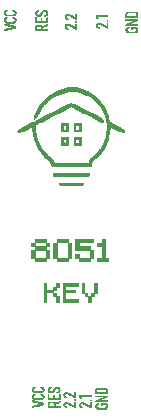
<source format=gbr>
G04 DipTrace 3.2.0.1*
G04 TopSilk.gbr*
%MOIN*%
G04 #@! TF.FileFunction,Legend,Top*
G04 #@! TF.Part,Single*
%ADD12C,0.003*%
%ADD13C,0.002625*%
%FSLAX26Y26*%
G04*
G70*
G90*
G75*
G01*
G04 TopSilk*
%LPD*%
X-91707Y-203682D2*
D12*
X-82707D1*
X-49707D2*
X-40707D1*
X-28707D2*
X22293D1*
X34293D2*
X43293D1*
X76293D2*
X85293D1*
X-91707Y-205182D2*
X-82707D1*
X-49707D2*
X-40707D1*
X-28707D2*
X22293D1*
X34293D2*
X43293D1*
X76293D2*
X85293D1*
X-91707Y-206682D2*
X-82707D1*
X-49707D2*
X-40707D1*
X-28707D2*
X22293D1*
X34293D2*
X43293D1*
X76293D2*
X85293D1*
X-91707Y-208182D2*
X-82707D1*
X-49707D2*
X-40707D1*
X-28707D2*
X22293D1*
X34293D2*
X43293D1*
X76293D2*
X85293D1*
X-91707Y-209682D2*
X-82707D1*
X-49707D2*
X-40707D1*
X-28707D2*
X22293D1*
X34293D2*
X43293D1*
X76293D2*
X85293D1*
X-91707Y-211182D2*
X-82707D1*
X-49707D2*
X-40707D1*
X-28707D2*
X22293D1*
X34293D2*
X43293D1*
X76293D2*
X85293D1*
X-91707Y-212682D2*
X-82707D1*
X-49707D2*
X-40707D1*
X-28707D2*
X22293D1*
X34293D2*
X43293D1*
X76293D2*
X85293D1*
X-91707Y-214182D2*
X-82707D1*
X-60207D2*
X-51207D1*
X-28707D2*
X-19707D1*
X34293D2*
X43293D1*
X76293D2*
X85293D1*
X-91707Y-215682D2*
X-82707D1*
X-60207D2*
X-51207D1*
X-28707D2*
X-19707D1*
X34293D2*
X43293D1*
X76293D2*
X85293D1*
X-91707Y-217182D2*
X-82707D1*
X-60207D2*
X-51207D1*
X-28707D2*
X-19707D1*
X34293D2*
X43293D1*
X76293D2*
X85293D1*
X-91707Y-218682D2*
X-82707D1*
X-60207D2*
X-51207D1*
X-28707D2*
X-19707D1*
X34293D2*
X43293D1*
X76293D2*
X85293D1*
X-91707Y-220182D2*
X-82707D1*
X-60207D2*
X-51207D1*
X-28707D2*
X-19707D1*
X34293D2*
X43293D1*
X76293D2*
X85293D1*
X-91707Y-221682D2*
X-82707D1*
X-60207D2*
X-51207D1*
X-28707D2*
X-19707D1*
X34293D2*
X43293D1*
X76293D2*
X85293D1*
X-91707Y-223182D2*
X-82707D1*
X-60207D2*
X-51207D1*
X-28707D2*
X-19707D1*
X34293D2*
X43293D1*
X76293D2*
X85293D1*
X-91707Y-224682D2*
X-61707D1*
X-28707D2*
X11793D1*
X34293D2*
X43293D1*
X76293D2*
X85293D1*
X-91707Y-226182D2*
X-61707D1*
X-28707D2*
X11793D1*
X34293D2*
X43293D1*
X76293D2*
X85293D1*
X-91707Y-227682D2*
X-61707D1*
X-28707D2*
X11793D1*
X34293D2*
X43293D1*
X76293D2*
X85293D1*
X-91707Y-229182D2*
X-61707D1*
X-28707D2*
X11793D1*
X34293D2*
X43293D1*
X76293D2*
X85293D1*
X-91707Y-230682D2*
X-61707D1*
X-28707D2*
X11793D1*
X34293D2*
X43293D1*
X76293D2*
X85293D1*
X-91707Y-232182D2*
X-61707D1*
X-28707D2*
X11793D1*
X34293D2*
X43293D1*
X76293D2*
X85293D1*
X-91707Y-233682D2*
X-61707D1*
X-28707D2*
X11793D1*
X34293D2*
X43293D1*
X76293D2*
X85293D1*
X-91707Y-235182D2*
X-82707D1*
X-60207D2*
X-51207D1*
X-28707D2*
X-19707D1*
X44793D2*
X53793D1*
X65793D2*
X74793D1*
X-91707Y-236682D2*
X-82707D1*
X-60207D2*
X-51207D1*
X-28707D2*
X-19707D1*
X44793D2*
X53793D1*
X65793D2*
X74793D1*
X-91707Y-238182D2*
X-82707D1*
X-60207D2*
X-51207D1*
X-28707D2*
X-19707D1*
X44793D2*
X53793D1*
X65793D2*
X74793D1*
X-91707Y-239682D2*
X-82707D1*
X-60207D2*
X-51207D1*
X-28707D2*
X-19707D1*
X44793D2*
X53793D1*
X65793D2*
X74793D1*
X-91707Y-241182D2*
X-82707D1*
X-60207D2*
X-51207D1*
X-28707D2*
X-19707D1*
X44793D2*
X53793D1*
X65793D2*
X74793D1*
X-91707Y-242682D2*
X-82707D1*
X-60207D2*
X-51207D1*
X-28707D2*
X-19707D1*
X44793D2*
X53793D1*
X65793D2*
X74793D1*
X-91707Y-244182D2*
X-82707D1*
X-60207D2*
X-51207D1*
X-28707D2*
X-19707D1*
X44793D2*
X53793D1*
X65793D2*
X74793D1*
X-91707Y-245682D2*
X-82707D1*
X-49707D2*
X-40707D1*
X-28707D2*
X-19707D1*
X55293D2*
X64293D1*
X-91707Y-247182D2*
X-82707D1*
X-49707D2*
X-40707D1*
X-28707D2*
X-19707D1*
X55293D2*
X64293D1*
X-91707Y-248682D2*
X-82707D1*
X-49707D2*
X-40707D1*
X-28707D2*
X-19707D1*
X55293D2*
X64293D1*
X-91707Y-250182D2*
X-82707D1*
X-49707D2*
X-40707D1*
X-28707D2*
X-19707D1*
X55293D2*
X64293D1*
X-91707Y-251682D2*
X-82707D1*
X-49707D2*
X-40707D1*
X-28707D2*
X-19707D1*
X55293D2*
X64293D1*
X-91707Y-253182D2*
X-82707D1*
X-49707D2*
X-40707D1*
X-28707D2*
X-19707D1*
X55293D2*
X64293D1*
X-91707Y-254682D2*
X-82707D1*
X-49707D2*
X-40707D1*
X-28707D2*
X-19707D1*
X55293D2*
X64293D1*
X-91707Y-256182D2*
X-82707D1*
X-49707D2*
X-40707D1*
X-28707D2*
X22293D1*
X55293D2*
X64293D1*
X-91707Y-257682D2*
X-82707D1*
X-49707D2*
X-40707D1*
X-28707D2*
X22293D1*
X55293D2*
X64293D1*
X-91707Y-259182D2*
X-82707D1*
X-49707D2*
X-40707D1*
X-28707D2*
X22293D1*
X55293D2*
X64293D1*
X-91707Y-260682D2*
X-82707D1*
X-49707D2*
X-40707D1*
X-28707D2*
X22293D1*
X55293D2*
X64293D1*
X-91707Y-262182D2*
X-82707D1*
X-49707D2*
X-40707D1*
X-28707D2*
X22293D1*
X55293D2*
X64293D1*
X-91707Y-263682D2*
X-82707D1*
X-49707D2*
X-40707D1*
X-28707D2*
X22293D1*
X55293D2*
X64293D1*
X-91707Y-265182D2*
X-82707D1*
X-49707D2*
X-40707D1*
X-28707D2*
X22293D1*
X55293D2*
X64293D1*
X-217102Y708047D2*
D13*
X-214478D1*
X-196105D2*
X-192168D1*
X-219576Y706735D2*
X-214826D1*
X-195736D2*
X-190009D1*
X-221469Y705423D2*
X-215981D1*
X-194391D2*
X-188306D1*
X-222797Y704110D2*
X-217493D1*
X-192564D2*
X-187112D1*
X-223724Y702798D2*
X-218993D1*
X-190772D2*
X-186218D1*
X-224343Y701486D2*
X-220196D1*
X-189294D2*
X-185903D1*
X-224685Y700173D2*
X-221043D1*
X-188749D2*
X-185733D1*
X-224807Y698861D2*
X-221634D1*
X-188404D2*
X-185661D1*
X-224707Y697549D2*
X-221449D1*
X-188483D2*
X-185676D1*
X-224370Y696236D2*
X-220604D1*
X-189112D2*
X-185836D1*
X-223821Y694924D2*
X-219543D1*
X-190662D2*
X-186203D1*
X-223013Y693612D2*
X-218347D1*
X-192626D2*
X-186806D1*
X-221822Y692299D2*
X-187766D1*
X-220228Y690987D2*
X-189183D1*
X-218415Y689675D2*
X-190856D1*
X-217102Y684425D2*
X-214478D1*
X-196105D2*
X-192168D1*
X-219576Y683113D2*
X-214826D1*
X-195736D2*
X-190009D1*
X-221469Y681801D2*
X-215981D1*
X-194391D2*
X-188306D1*
X-222797Y680488D2*
X-217493D1*
X-192564D2*
X-187112D1*
X-223724Y679176D2*
X-218993D1*
X-190772D2*
X-186218D1*
X-224343Y677864D2*
X-220196D1*
X-189294D2*
X-185903D1*
X-224685Y676551D2*
X-221043D1*
X-188749D2*
X-185733D1*
X-224807Y675239D2*
X-221634D1*
X-188404D2*
X-185661D1*
X-224707Y673927D2*
X-221449D1*
X-188483D2*
X-185676D1*
X-224370Y672614D2*
X-220604D1*
X-189112D2*
X-185836D1*
X-223821Y671302D2*
X-219543D1*
X-190662D2*
X-186203D1*
X-223013Y669990D2*
X-218347D1*
X-192626D2*
X-186806D1*
X-221822Y668677D2*
X-187766D1*
X-220228Y667365D2*
X-189183D1*
X-218415Y666052D2*
X-190856D1*
X-224976Y662115D2*
X-222352D1*
X-224700Y660803D2*
X-215790D1*
X-223417Y659491D2*
X-209239D1*
X-219672Y658178D2*
X-202795D1*
X-214613Y656866D2*
X-196824D1*
X-208627Y655554D2*
X-191983D1*
X-202221Y654241D2*
X-188209D1*
X-195823Y652929D2*
X-186633D1*
X-189543Y651617D2*
X-186062D1*
X-196554Y650304D2*
X-185995D1*
X-203485Y648992D2*
X-188878D1*
X-210086Y647680D2*
X-193054D1*
X-215851Y646367D2*
X-198365D1*
X-220121Y645055D2*
X-204357D1*
X-223187Y643743D2*
X-210682D1*
X-224206Y642430D2*
X-217151D1*
X-224976Y641118D2*
X-223664D1*
X-113690Y707129D2*
X-109753D1*
X-95318D2*
X-84819D1*
X-115558Y705816D2*
X-110256D1*
X-96625D2*
X-83562D1*
X-117074Y704504D2*
X-111728D1*
X-97891D2*
X-82469D1*
X-118212Y703192D2*
X-113461D1*
X-99031D2*
X-95268D1*
X-85077D2*
X-81690D1*
X-119053Y701879D2*
X-115000D1*
X-99983D2*
X-96407D1*
X-84309D2*
X-81247D1*
X-119638Y700567D2*
X-116141D1*
X-100786D2*
X-97358D1*
X-83870D2*
X-81032D1*
X-119968Y699255D2*
X-117015D1*
X-101509D2*
X-98162D1*
X-83657D2*
X-80940D1*
X-120085Y697942D2*
X-117275D1*
X-102196D2*
X-98885D1*
X-83575D2*
X-80903D1*
X-119988Y696630D2*
X-117358D1*
X-102941D2*
X-99572D1*
X-83651D2*
X-80894D1*
X-119697Y695318D2*
X-116789D1*
X-103798D2*
X-100285D1*
X-83910D2*
X-80941D1*
X-119315Y694005D2*
X-114473D1*
X-106238D2*
X-101116D1*
X-85387D2*
X-81163D1*
X-118822Y692693D2*
X-110640D1*
X-110138D2*
X-102135D1*
X-87363D2*
X-81587D1*
X-118148Y691381D2*
X-103299D1*
X-89193D2*
X-82776D1*
X-116670Y690068D2*
X-104543D1*
X-90448D2*
X-84342D1*
X-115003Y688756D2*
X-105816D1*
X-91381D2*
X-86131D1*
X-120252Y683507D2*
X-117627D1*
X-82194D2*
X-80882D1*
X-120252Y682194D2*
X-117627D1*
X-82800D2*
X-80882D1*
X-120252Y680882D2*
X-117627D1*
X-101879D2*
X-99255D1*
X-83177D2*
X-80882D1*
X-120252Y679570D2*
X-117627D1*
X-101879D2*
X-99255D1*
X-83368D2*
X-80882D1*
X-120252Y678257D2*
X-117627D1*
X-101879D2*
X-99255D1*
X-83452D2*
X-80882D1*
X-120252Y676945D2*
X-117627D1*
X-101879D2*
X-99255D1*
X-83486D2*
X-80882D1*
X-120252Y675633D2*
X-117627D1*
X-101879D2*
X-99255D1*
X-83499D2*
X-80882D1*
X-120252Y674320D2*
X-117627D1*
X-101879D2*
X-99255D1*
X-83504D2*
X-80882D1*
X-120252Y673008D2*
X-117627D1*
X-101879D2*
X-99255D1*
X-83506D2*
X-80882D1*
X-120252Y671696D2*
X-117627D1*
X-101879D2*
X-99255D1*
X-83506D2*
X-80882D1*
X-120252Y670383D2*
X-117627D1*
X-101879D2*
X-99255D1*
X-83507D2*
X-80882D1*
X-120252Y669071D2*
X-80882D1*
X-120252Y667759D2*
X-80882D1*
X-120252Y666446D2*
X-80882D1*
X-82194Y659885D2*
X-80882D1*
X-115003Y658572D2*
X-101879D1*
X-86239D2*
X-81052D1*
X-116668Y657260D2*
X-99843D1*
X-90583D2*
X-81441D1*
X-117859Y655948D2*
X-97149D1*
X-95418D2*
X-83444D1*
X-118656Y654635D2*
X-114948D1*
X-102137D2*
X-86411D1*
X-119268Y653323D2*
X-116040D1*
X-101370D2*
X-89903D1*
X-119731Y652010D2*
X-116820D1*
X-100930D2*
X-93139D1*
X-120010Y650698D2*
X-117263D1*
X-100717D2*
X-95858D1*
X-120150Y649386D2*
X-117477D1*
X-100625D2*
X-97105D1*
X-120212Y648073D2*
X-117569D1*
X-100588D2*
X-97552D1*
X-120237Y646761D2*
X-117606D1*
X-100574D2*
X-97783D1*
X-120247Y645449D2*
X-117620D1*
X-100569D2*
X-97882D1*
X-120250Y644136D2*
X-117625D1*
X-100568D2*
X-97922D1*
X-120251Y642824D2*
X-80882D1*
X-120252Y641512D2*
X-80882D1*
X-120252Y640199D2*
X-80882D1*
X-16052Y695186D2*
X-9491D1*
X14131D2*
X16756D1*
X-17921Y693874D2*
X-6310D1*
X14131D2*
X16756D1*
X-19437Y692562D2*
X-3477D1*
X14131D2*
X16756D1*
X-20574Y691249D2*
X-15739D1*
X-11061D2*
X-981D1*
X14131D2*
X16756D1*
X-21416Y689937D2*
X-17595D1*
X-7674D2*
X1345D1*
X14131D2*
X16756D1*
X-21995Y688625D2*
X-19010D1*
X-4656D2*
X3603D1*
X14131D2*
X16756D1*
X-22284Y687312D2*
X-19455D1*
X-1985D2*
X5759D1*
X14126D2*
X16756D1*
X-22274Y686000D2*
X-19307D1*
X412D2*
X7827D1*
X14076D2*
X16756D1*
X-21980Y684688D2*
X-18661D1*
X2691D2*
X9875D1*
X13873D2*
X16756D1*
X-21448Y683375D2*
X-17194D1*
X4933D2*
X11972D1*
X13425D2*
X16756D1*
X-20647Y682063D2*
X-15435D1*
X7126D2*
X16756D1*
X-19459Y680751D2*
X-13897D1*
X9357D2*
X16756D1*
X-17865Y679438D2*
X-12870D1*
X11710D2*
X16756D1*
X-16052Y678126D2*
X-12115D1*
X14131D2*
X16756D1*
X14131Y671564D2*
X16756D1*
X14131Y670252D2*
X16756D1*
X14131Y668940D2*
X16756D1*
X-16052Y662378D2*
X-9491D1*
X14131D2*
X16756D1*
X-17921Y661066D2*
X-6310D1*
X14131D2*
X16756D1*
X-19437Y659753D2*
X-3477D1*
X14131D2*
X16756D1*
X-20574Y658441D2*
X-15739D1*
X-11061D2*
X-981D1*
X14131D2*
X16756D1*
X-21416Y657129D2*
X-17595D1*
X-7674D2*
X1345D1*
X14131D2*
X16756D1*
X-21995Y655816D2*
X-19010D1*
X-4656D2*
X3603D1*
X14131D2*
X16756D1*
X-22284Y654504D2*
X-19455D1*
X-1985D2*
X5759D1*
X14126D2*
X16756D1*
X-22274Y653192D2*
X-19307D1*
X412D2*
X7827D1*
X14076D2*
X16756D1*
X-21980Y651879D2*
X-18661D1*
X2691D2*
X9875D1*
X13873D2*
X16756D1*
X-21448Y650567D2*
X-17194D1*
X4933D2*
X11972D1*
X13425D2*
X16756D1*
X-20647Y649255D2*
X-15435D1*
X7126D2*
X16756D1*
X-19459Y647942D2*
X-13897D1*
X9357D2*
X16756D1*
X-17865Y646630D2*
X-12870D1*
X11710D2*
X16756D1*
X-16052Y645318D2*
X-12115D1*
X14131D2*
X16756D1*
X-119621Y-56214D2*
D12*
X-85121D1*
X-46121D2*
X-11621D1*
X13879D2*
X73879D1*
X100879D2*
X111379D1*
X-119621Y-57714D2*
X-85121D1*
X-46121D2*
X-11621D1*
X13879D2*
X73879D1*
X100879D2*
X111379D1*
X-119621Y-59214D2*
X-85121D1*
X-46121D2*
X-11621D1*
X13879D2*
X73879D1*
X100879D2*
X111379D1*
X-119621Y-60714D2*
X-85121D1*
X-46121D2*
X-11621D1*
X13879D2*
X73879D1*
X100879D2*
X111379D1*
X-119621Y-62214D2*
X-85121D1*
X-46121D2*
X-11621D1*
X13879D2*
X73879D1*
X100879D2*
X111379D1*
X-119621Y-63714D2*
X-85121D1*
X-46121D2*
X-11621D1*
X13879D2*
X73879D1*
X100879D2*
X111379D1*
X-119621Y-65214D2*
X-85121D1*
X-46121D2*
X-11621D1*
X13879D2*
X73879D1*
X100879D2*
X111379D1*
X-119621Y-66714D2*
X-85121D1*
X-46121D2*
X-11621D1*
X13879D2*
X73879D1*
X100879D2*
X111379D1*
X-133121Y-68214D2*
X-121121D1*
X-83621D2*
X-73121D1*
X-59621D2*
X-47621D1*
X-10121D2*
X379D1*
X13879D2*
X25879D1*
X87379D2*
X111379D1*
X-133121Y-69714D2*
X-121121D1*
X-83621D2*
X-73121D1*
X-59621D2*
X-47621D1*
X-10121D2*
X379D1*
X13879D2*
X25879D1*
X87379D2*
X111379D1*
X-133121Y-71214D2*
X-121121D1*
X-83621D2*
X-73121D1*
X-59621D2*
X-47621D1*
X-10121D2*
X379D1*
X13879D2*
X25879D1*
X87379D2*
X111379D1*
X-133121Y-72714D2*
X-121121D1*
X-83621D2*
X-73121D1*
X-59621D2*
X-47621D1*
X-10121D2*
X379D1*
X13879D2*
X25879D1*
X87379D2*
X111379D1*
X-133121Y-74214D2*
X-121121D1*
X-83621D2*
X-73121D1*
X-59621D2*
X-47621D1*
X-10121D2*
X379D1*
X13879D2*
X25879D1*
X87379D2*
X111379D1*
X-133121Y-75714D2*
X-121121D1*
X-83621D2*
X-73121D1*
X-59621D2*
X-47621D1*
X-10121D2*
X379D1*
X13879D2*
X25879D1*
X87379D2*
X111379D1*
X-133121Y-77214D2*
X-121121D1*
X-83621D2*
X-73121D1*
X-59621D2*
X-47621D1*
X-10121D2*
X379D1*
X13879D2*
X25879D1*
X87379D2*
X111379D1*
X-133121Y-78714D2*
X-121121D1*
X-83621D2*
X-73121D1*
X-59621D2*
X-47621D1*
X-10121D2*
X379D1*
X13879D2*
X25879D1*
X87379D2*
X111379D1*
X-119621Y-80214D2*
X-85121D1*
X-59621D2*
X-47621D1*
X-10121D2*
X379D1*
X13879D2*
X61879D1*
X100879D2*
X111379D1*
X-119621Y-81714D2*
X-85121D1*
X-59621D2*
X-47621D1*
X-10121D2*
X379D1*
X13879D2*
X61879D1*
X100879D2*
X111379D1*
X-119621Y-83214D2*
X-85121D1*
X-59621D2*
X-47621D1*
X-10121D2*
X379D1*
X13879D2*
X61879D1*
X100879D2*
X111379D1*
X-119621Y-84714D2*
X-85121D1*
X-59621D2*
X-47621D1*
X-10121D2*
X379D1*
X13879D2*
X61879D1*
X100879D2*
X111379D1*
X-119621Y-86214D2*
X-85121D1*
X-59621D2*
X-47621D1*
X-10121D2*
X379D1*
X13879D2*
X61879D1*
X100879D2*
X111379D1*
X-119621Y-87714D2*
X-85121D1*
X-59621D2*
X-47621D1*
X-10121D2*
X379D1*
X13879D2*
X61879D1*
X100879D2*
X111379D1*
X-119621Y-89214D2*
X-85121D1*
X-59621D2*
X-47621D1*
X-10121D2*
X379D1*
X13879D2*
X61879D1*
X100879D2*
X111379D1*
X-119621Y-90714D2*
X-85121D1*
X-59621D2*
X-47621D1*
X-10121D2*
X379D1*
X13879D2*
X61879D1*
X100879D2*
X111379D1*
X-59621Y-92214D2*
X-47621D1*
X-10121D2*
X379D1*
X100879D2*
X111379D1*
X-133121Y-93714D2*
X-121121D1*
X-83621D2*
X-73121D1*
X-59621D2*
X-47621D1*
X-10121D2*
X379D1*
X63379D2*
X73879D1*
X100879D2*
X111379D1*
X-133121Y-95214D2*
X-121121D1*
X-83621D2*
X-73121D1*
X-59621D2*
X-47621D1*
X-10121D2*
X379D1*
X63379D2*
X73879D1*
X100879D2*
X111379D1*
X-133121Y-96714D2*
X-121121D1*
X-83621D2*
X-73121D1*
X-59621D2*
X-47621D1*
X-10121D2*
X379D1*
X63379D2*
X73879D1*
X100879D2*
X111379D1*
X-133121Y-98214D2*
X-121121D1*
X-83621D2*
X-73121D1*
X-59621D2*
X-47621D1*
X-10121D2*
X379D1*
X63379D2*
X73879D1*
X100879D2*
X111379D1*
X-133121Y-99714D2*
X-121121D1*
X-83621D2*
X-73121D1*
X-59621D2*
X-47621D1*
X-10121D2*
X379D1*
X63379D2*
X73879D1*
X100879D2*
X111379D1*
X-133121Y-101214D2*
X-121121D1*
X-83621D2*
X-73121D1*
X-59621D2*
X-47621D1*
X-10121D2*
X379D1*
X63379D2*
X73879D1*
X100879D2*
X111379D1*
X-133121Y-102714D2*
X-121121D1*
X-83621D2*
X-73121D1*
X-59621D2*
X-47621D1*
X-10121D2*
X379D1*
X63379D2*
X73879D1*
X100879D2*
X111379D1*
X-133121Y-104214D2*
X-121121D1*
X-83621D2*
X-73121D1*
X-59621D2*
X-47621D1*
X-10121D2*
X379D1*
X63379D2*
X73879D1*
X100879D2*
X111379D1*
X-133121Y-105714D2*
X-121121D1*
X-83621D2*
X-73121D1*
X-59621D2*
X-47621D1*
X-10121D2*
X379D1*
X13879D2*
X25879D1*
X63379D2*
X73879D1*
X100879D2*
X111379D1*
X-133121Y-107214D2*
X-121121D1*
X-83621D2*
X-73121D1*
X-59621D2*
X-47621D1*
X-10121D2*
X379D1*
X13879D2*
X25879D1*
X63379D2*
X73879D1*
X100879D2*
X111379D1*
X-133121Y-108714D2*
X-121121D1*
X-83621D2*
X-73121D1*
X-59621D2*
X-47621D1*
X-10121D2*
X379D1*
X13879D2*
X25879D1*
X63379D2*
X73879D1*
X100879D2*
X111379D1*
X-133121Y-110214D2*
X-121121D1*
X-83621D2*
X-73121D1*
X-59621D2*
X-47621D1*
X-10121D2*
X379D1*
X13879D2*
X25879D1*
X63379D2*
X73879D1*
X100879D2*
X111379D1*
X-133121Y-111714D2*
X-121121D1*
X-83621D2*
X-73121D1*
X-59621D2*
X-47621D1*
X-10121D2*
X379D1*
X13879D2*
X25879D1*
X63379D2*
X73879D1*
X100879D2*
X111379D1*
X-133121Y-113214D2*
X-121121D1*
X-83621D2*
X-73121D1*
X-59621D2*
X-47621D1*
X-10121D2*
X379D1*
X13879D2*
X25879D1*
X63379D2*
X73879D1*
X100879D2*
X111379D1*
X-133121Y-114714D2*
X-121121D1*
X-83621D2*
X-73121D1*
X-59621D2*
X-47621D1*
X-10121D2*
X379D1*
X13879D2*
X25879D1*
X63379D2*
X73879D1*
X100879D2*
X111379D1*
X-133121Y-116214D2*
X-121121D1*
X-83621D2*
X-73121D1*
X-59621D2*
X-47621D1*
X-10121D2*
X379D1*
X13879D2*
X25879D1*
X63379D2*
X73879D1*
X100879D2*
X111379D1*
X-119621Y-117714D2*
X-85121D1*
X-46121D2*
X-11621D1*
X27379D2*
X61879D1*
X87379D2*
X123379D1*
X-119621Y-119214D2*
X-85121D1*
X-46121D2*
X-11621D1*
X27379D2*
X61879D1*
X87379D2*
X123379D1*
X-119621Y-120714D2*
X-85121D1*
X-46121D2*
X-11621D1*
X27379D2*
X61879D1*
X87379D2*
X123379D1*
X-119621Y-122214D2*
X-85121D1*
X-46121D2*
X-11621D1*
X27379D2*
X61879D1*
X87379D2*
X123379D1*
X-119621Y-123714D2*
X-85121D1*
X-46121D2*
X-11621D1*
X27379D2*
X61879D1*
X87379D2*
X123379D1*
X-119621Y-125214D2*
X-85121D1*
X-46121D2*
X-11621D1*
X27379D2*
X61879D1*
X87379D2*
X123379D1*
X-119621Y-126714D2*
X-85121D1*
X-46121D2*
X-11621D1*
X27379D2*
X61879D1*
X87379D2*
X123379D1*
X-119621Y-128214D2*
X-85121D1*
X-46121D2*
X-11621D1*
X27379D2*
X61879D1*
X87379D2*
X123379D1*
X81323Y690331D2*
D13*
X120693D1*
X81328Y689018D2*
X120693D1*
X81374Y687706D2*
X120693D1*
X81546Y686394D2*
X85315D1*
X81912Y685081D2*
X85529D1*
X82467Y683769D2*
X86012D1*
X83225Y682457D2*
X86677D1*
X84193Y681144D2*
X87317D1*
X85260Y679832D2*
X87885D1*
X118068Y674583D2*
X120693D1*
X118068Y673270D2*
X120693D1*
X118068Y671958D2*
X120693D1*
X87885Y665396D2*
X94446D1*
X118068D2*
X120693D1*
X86016Y664084D2*
X97627D1*
X118068D2*
X120693D1*
X84500Y662772D2*
X100460D1*
X118068D2*
X120693D1*
X83363Y661459D2*
X88198D1*
X92876D2*
X102956D1*
X118068D2*
X120693D1*
X82521Y660147D2*
X86342D1*
X96263D2*
X105282D1*
X118068D2*
X120693D1*
X81942Y658835D2*
X84927D1*
X99281D2*
X107540D1*
X118068D2*
X120693D1*
X81653Y657522D2*
X84482D1*
X101952D2*
X109696D1*
X118063D2*
X120693D1*
X81663Y656210D2*
X84630D1*
X104349D2*
X111764D1*
X118013D2*
X120693D1*
X81957Y654898D2*
X85276D1*
X106628D2*
X113813D1*
X117810D2*
X120693D1*
X82489Y653585D2*
X86743D1*
X108870D2*
X115909D1*
X117362D2*
X120693D1*
X83290Y652273D2*
X88502D1*
X111063D2*
X120693D1*
X84478Y650961D2*
X90040D1*
X113294D2*
X120693D1*
X86072Y649648D2*
X91067D1*
X115647D2*
X120693D1*
X87885Y648336D2*
X91822D1*
X118068D2*
X120693D1*
X-123795Y-547858D2*
X-121171D1*
X-102798D2*
X-98861D1*
X-126269Y-549171D2*
X-121519D1*
X-102429D2*
X-96702D1*
X-128162Y-550483D2*
X-122674D1*
X-101084D2*
X-94999D1*
X-129490Y-551795D2*
X-124185D1*
X-99257D2*
X-93805D1*
X-130416Y-553108D2*
X-125686D1*
X-97465D2*
X-92911D1*
X-131036Y-554420D2*
X-126888D1*
X-95987D2*
X-92596D1*
X-131378Y-555732D2*
X-127736D1*
X-95442D2*
X-92426D1*
X-131499Y-557045D2*
X-128327D1*
X-95097D2*
X-92354D1*
X-131400Y-558357D2*
X-128142D1*
X-95176D2*
X-92369D1*
X-131063Y-559669D2*
X-127297D1*
X-95805D2*
X-92529D1*
X-130514Y-560982D2*
X-126236D1*
X-97355D2*
X-92896D1*
X-129706Y-562294D2*
X-125040D1*
X-99318D2*
X-93499D1*
X-128515Y-563606D2*
X-94459D1*
X-126921Y-564919D2*
X-95876D1*
X-125108Y-566231D2*
X-97549D1*
X-123795Y-571480D2*
X-121171D1*
X-102798D2*
X-98861D1*
X-126269Y-572793D2*
X-121519D1*
X-102429D2*
X-96702D1*
X-128162Y-574105D2*
X-122674D1*
X-101084D2*
X-94999D1*
X-129490Y-575417D2*
X-124185D1*
X-99257D2*
X-93805D1*
X-130416Y-576730D2*
X-125686D1*
X-97465D2*
X-92911D1*
X-131036Y-578042D2*
X-126888D1*
X-95987D2*
X-92596D1*
X-131378Y-579354D2*
X-127736D1*
X-95442D2*
X-92426D1*
X-131499Y-580667D2*
X-128327D1*
X-95097D2*
X-92354D1*
X-131400Y-581979D2*
X-128142D1*
X-95176D2*
X-92369D1*
X-131063Y-583291D2*
X-127297D1*
X-95805D2*
X-92529D1*
X-130514Y-584604D2*
X-126236D1*
X-97355D2*
X-92896D1*
X-129706Y-585916D2*
X-125040D1*
X-99318D2*
X-93499D1*
X-128515Y-587228D2*
X-94459D1*
X-126921Y-588541D2*
X-95876D1*
X-125108Y-589853D2*
X-97549D1*
X-131669Y-593790D2*
X-129045D1*
X-131392Y-595102D2*
X-122483D1*
X-130110Y-596415D2*
X-115932D1*
X-126365Y-597727D2*
X-109488D1*
X-121306Y-599039D2*
X-103517D1*
X-115320Y-600352D2*
X-98676D1*
X-108914Y-601664D2*
X-94902D1*
X-102516Y-602976D2*
X-93326D1*
X-96236Y-604289D2*
X-92755D1*
X-103247Y-605601D2*
X-92688D1*
X-110178Y-606913D2*
X-95571D1*
X-116779Y-608226D2*
X-99747D1*
X-122544Y-609538D2*
X-105058D1*
X-126814Y-610850D2*
X-111050D1*
X-129880Y-612163D2*
X-117375D1*
X-130899Y-613475D2*
X-123843D1*
X-131669Y-614787D2*
X-130357D1*
X85391Y-551402D2*
X115575D1*
X83681Y-552714D2*
X117235D1*
X82368Y-554026D2*
X118571D1*
X81423Y-555339D2*
X85907D1*
X115317D2*
X119058D1*
X80789Y-556651D2*
X84133D1*
X116084D2*
X119319D1*
X80434Y-557963D2*
X83433D1*
X116524D2*
X119437D1*
X80263Y-559276D2*
X83052D1*
X116737D2*
X119484D1*
X80188Y-560588D2*
X82879D1*
X116829D2*
X119502D1*
X80159Y-561900D2*
X82808D1*
X116866D2*
X119509D1*
X80148Y-563213D2*
X82781D1*
X116880D2*
X119511D1*
X80144Y-564525D2*
X82771D1*
X116885D2*
X119511D1*
X80142Y-565837D2*
X82768D1*
X116886D2*
X119512D1*
X80142Y-567150D2*
X119512D1*
X80142Y-568462D2*
X119512D1*
X80142Y-569774D2*
X119512D1*
X80142Y-577648D2*
X119512D1*
X80142Y-578961D2*
X119143D1*
X80142Y-580273D2*
X117732D1*
X109221Y-581585D2*
X115584D1*
X105656Y-582898D2*
X112826D1*
X102231Y-584210D2*
X109668D1*
X98884Y-585522D2*
X106298D1*
X95573Y-586835D2*
X102907D1*
X92245Y-588147D2*
X99553D1*
X88897Y-589459D2*
X96191D1*
X85741Y-590772D2*
X92727D1*
X83236Y-592084D2*
X89101D1*
X81348Y-593396D2*
X119512D1*
X80664Y-594709D2*
X119512D1*
X80142Y-596021D2*
X119512D1*
X86703Y-602583D2*
X90640D1*
X98514D2*
X115575D1*
X84835Y-603895D2*
X90271D1*
X98514D2*
X116832D1*
X83319Y-605207D2*
X88971D1*
X98514D2*
X117925D1*
X82182Y-606520D2*
X87267D1*
X98514D2*
X101139D1*
X114207D2*
X118704D1*
X81340Y-607832D2*
X85627D1*
X98514D2*
X101139D1*
X115300D2*
X119147D1*
X80755Y-609144D2*
X84248D1*
X98514D2*
X101139D1*
X116080D2*
X119361D1*
X80426Y-610457D2*
X83580D1*
X98514D2*
X101139D1*
X116517D2*
X119454D1*
X80309Y-611769D2*
X83552D1*
X116675D2*
X119485D1*
X80410Y-613081D2*
X84070D1*
X116652D2*
X119453D1*
X80748Y-614394D2*
X84801D1*
X116012D2*
X119286D1*
X81297Y-615706D2*
X86435D1*
X114458D2*
X118917D1*
X82105Y-617018D2*
X88444D1*
X112493D2*
X118313D1*
X83296Y-618331D2*
X117352D1*
X84890Y-619643D2*
X115936D1*
X86703Y-620955D2*
X114262D1*
X-19990Y-566625D2*
X-13428D1*
X10194D2*
X12819D1*
X-21858Y-567937D2*
X-10247D1*
X10194D2*
X12819D1*
X-23374Y-569249D2*
X-7414D1*
X10194D2*
X12819D1*
X-24511Y-570562D2*
X-19676D1*
X-14998D2*
X-4918D1*
X10194D2*
X12819D1*
X-25353Y-571874D2*
X-21532D1*
X-11611D2*
X-2592D1*
X10194D2*
X12819D1*
X-25932Y-573186D2*
X-22947D1*
X-8593D2*
X-334D1*
X10194D2*
X12819D1*
X-26221Y-574499D2*
X-23392D1*
X-5922D2*
X1822D1*
X10189D2*
X12819D1*
X-26211Y-575811D2*
X-23244D1*
X-3525D2*
X3890D1*
X10139D2*
X12819D1*
X-25917Y-577123D2*
X-22598D1*
X-1246D2*
X5938D1*
X9936D2*
X12819D1*
X-25385Y-578436D2*
X-21131D1*
X996D2*
X8035D1*
X9488D2*
X12819D1*
X-24584Y-579748D2*
X-19372D1*
X3189D2*
X12819D1*
X-23396Y-581060D2*
X-17834D1*
X5420D2*
X12819D1*
X-21802Y-582373D2*
X-16807D1*
X7773D2*
X12819D1*
X-19990Y-583685D2*
X-16052D1*
X10194D2*
X12819D1*
X10194Y-590247D2*
X12819D1*
X10194Y-591559D2*
X12819D1*
X10194Y-592871D2*
X12819D1*
X-19990Y-599433D2*
X-13428D1*
X10194D2*
X12819D1*
X-21858Y-600745D2*
X-10247D1*
X10194D2*
X12819D1*
X-23374Y-602058D2*
X-7414D1*
X10194D2*
X12819D1*
X-24511Y-603370D2*
X-19676D1*
X-14998D2*
X-4918D1*
X10194D2*
X12819D1*
X-25353Y-604682D2*
X-21532D1*
X-11611D2*
X-2592D1*
X10194D2*
X12819D1*
X-25932Y-605995D2*
X-22947D1*
X-8593D2*
X-334D1*
X10194D2*
X12819D1*
X-26221Y-607307D2*
X-23392D1*
X-5922D2*
X1822D1*
X10189D2*
X12819D1*
X-26211Y-608619D2*
X-23244D1*
X-3525D2*
X3890D1*
X10139D2*
X12819D1*
X-25917Y-609932D2*
X-22598D1*
X-1246D2*
X5938D1*
X9936D2*
X12819D1*
X-25385Y-611244D2*
X-21131D1*
X996D2*
X8035D1*
X9488D2*
X12819D1*
X-24584Y-612556D2*
X-19372D1*
X3189D2*
X12819D1*
X-23396Y-613869D2*
X-17834D1*
X5420D2*
X12819D1*
X-21802Y-615181D2*
X-16807D1*
X7773D2*
X12819D1*
X-19990Y-616493D2*
X-16052D1*
X10194D2*
X12819D1*
X-71958Y-548777D2*
X-68021D1*
X-53585D2*
X-43087D1*
X-73826Y-550089D2*
X-68523D1*
X-54893D2*
X-41829D1*
X-75342Y-551402D2*
X-69996D1*
X-56159D2*
X-40737D1*
X-76479Y-552714D2*
X-71729D1*
X-57299D2*
X-53535D1*
X-43345D2*
X-39957D1*
X-77321Y-554026D2*
X-73268D1*
X-58251D2*
X-54674D1*
X-42577D2*
X-39514D1*
X-77906Y-555339D2*
X-74409D1*
X-59054D2*
X-55626D1*
X-42138D2*
X-39300D1*
X-78235Y-556651D2*
X-75283D1*
X-59777D2*
X-56429D1*
X-41924D2*
X-39208D1*
X-78352Y-557963D2*
X-75542D1*
X-60464D2*
X-57152D1*
X-41842D2*
X-39171D1*
X-78256Y-559276D2*
X-75626D1*
X-61208D2*
X-57839D1*
X-41919D2*
X-39162D1*
X-77965Y-560588D2*
X-75057D1*
X-62066D2*
X-58553D1*
X-42178D2*
X-39209D1*
X-77583Y-561900D2*
X-72741D1*
X-64506D2*
X-59384D1*
X-43655D2*
X-39430D1*
X-77090Y-563213D2*
X-68908D1*
X-68405D2*
X-60403D1*
X-45631D2*
X-39855D1*
X-76416Y-564525D2*
X-61567D1*
X-47460D2*
X-41044D1*
X-74937Y-565837D2*
X-62811D1*
X-48715D2*
X-42610D1*
X-73270Y-567150D2*
X-64084D1*
X-49648D2*
X-44399D1*
X-78520Y-572399D2*
X-75895D1*
X-40462D2*
X-39150D1*
X-78520Y-573711D2*
X-75895D1*
X-41068D2*
X-39150D1*
X-78520Y-575024D2*
X-75895D1*
X-60147D2*
X-57522D1*
X-41445D2*
X-39150D1*
X-78520Y-576336D2*
X-75895D1*
X-60147D2*
X-57522D1*
X-41635D2*
X-39150D1*
X-78520Y-577648D2*
X-75895D1*
X-60147D2*
X-57522D1*
X-41720D2*
X-39150D1*
X-78520Y-578961D2*
X-75895D1*
X-60147D2*
X-57522D1*
X-41754D2*
X-39150D1*
X-78520Y-580273D2*
X-75895D1*
X-60147D2*
X-57522D1*
X-41767D2*
X-39150D1*
X-78520Y-581585D2*
X-75895D1*
X-60147D2*
X-57522D1*
X-41772D2*
X-39150D1*
X-78520Y-582898D2*
X-75895D1*
X-60147D2*
X-57522D1*
X-41773D2*
X-39150D1*
X-78520Y-584210D2*
X-75895D1*
X-60147D2*
X-57522D1*
X-41774D2*
X-39150D1*
X-78520Y-585522D2*
X-75895D1*
X-60147D2*
X-57522D1*
X-41774D2*
X-39150D1*
X-78520Y-586835D2*
X-39150D1*
X-78520Y-588147D2*
X-39150D1*
X-78520Y-589459D2*
X-39150D1*
X-40462Y-596021D2*
X-39150D1*
X-73270Y-597333D2*
X-60147D1*
X-44507D2*
X-39320D1*
X-74936Y-598646D2*
X-58111D1*
X-48851D2*
X-39708D1*
X-76126Y-599958D2*
X-55417D1*
X-53686D2*
X-41712D1*
X-76924Y-601270D2*
X-73215D1*
X-60405D2*
X-44678D1*
X-77536Y-602583D2*
X-74308D1*
X-59637D2*
X-48170D1*
X-77999Y-603895D2*
X-75087D1*
X-59198D2*
X-51407D1*
X-78277Y-605207D2*
X-75530D1*
X-58985D2*
X-54126D1*
X-78417Y-606520D2*
X-75745D1*
X-58893D2*
X-55373D1*
X-78480Y-607832D2*
X-75837D1*
X-58856D2*
X-55820D1*
X-78505Y-609144D2*
X-75874D1*
X-58842D2*
X-56050D1*
X-78514Y-610457D2*
X-75888D1*
X-58837D2*
X-56150D1*
X-78518Y-611769D2*
X-75893D1*
X-58835D2*
X-56189D1*
X-78519Y-613081D2*
X-39150D1*
X-78519Y-614394D2*
X-39150D1*
X-78520Y-615706D2*
X-39150D1*
X25811Y-575024D2*
X65181D1*
X25816Y-576336D2*
X65181D1*
X25862Y-577648D2*
X65181D1*
X26035Y-578961D2*
X29803D1*
X26400Y-580273D2*
X30017D1*
X26955Y-581585D2*
X30500D1*
X27713Y-582898D2*
X31166D1*
X28681Y-584210D2*
X31805D1*
X29748Y-585522D2*
X32373D1*
X62556Y-590772D2*
X65181D1*
X62556Y-592084D2*
X65181D1*
X62556Y-593396D2*
X65181D1*
X32373Y-599958D2*
X38934D1*
X62556D2*
X65181D1*
X30505Y-601270D2*
X42115D1*
X62556D2*
X65181D1*
X28989Y-602583D2*
X44948D1*
X62556D2*
X65181D1*
X27851Y-603895D2*
X32686D1*
X37364D2*
X47444D1*
X62556D2*
X65181D1*
X27010Y-605207D2*
X30830D1*
X40751D2*
X49771D1*
X62556D2*
X65181D1*
X26430Y-606520D2*
X29415D1*
X43769D2*
X52028D1*
X62556D2*
X65181D1*
X26142Y-607832D2*
X28971D1*
X46440D2*
X54184D1*
X62551D2*
X65181D1*
X26151Y-609144D2*
X29118D1*
X48837D2*
X56253D1*
X62501D2*
X65181D1*
X26445Y-610457D2*
X29765D1*
X51116D2*
X58301D1*
X62299D2*
X65181D1*
X26977Y-611769D2*
X31231D1*
X53358D2*
X60398D1*
X61850D2*
X65181D1*
X27778Y-613081D2*
X32990D1*
X55552D2*
X65181D1*
X28967Y-614394D2*
X34528D1*
X57782D2*
X65181D1*
X30560Y-615706D2*
X35556D1*
X60135D2*
X65181D1*
X32373Y-617018D2*
X36310D1*
X62556D2*
X65181D1*
X185785Y702535D2*
X215969D1*
X184075Y701223D2*
X217629D1*
X182762Y699911D2*
X218965D1*
X181817Y698598D2*
X186301D1*
X215711D2*
X219451D1*
X181183Y697286D2*
X184526D1*
X216478D2*
X219713D1*
X180828Y695974D2*
X183827D1*
X216918D2*
X219830D1*
X180656Y694661D2*
X183445D1*
X217131D2*
X219878D1*
X180582Y693349D2*
X183272D1*
X217223D2*
X219896D1*
X180553Y692037D2*
X183202D1*
X217260D2*
X219902D1*
X180541Y690724D2*
X183175D1*
X217273D2*
X219904D1*
X180537Y689412D2*
X183165D1*
X217278D2*
X219905D1*
X180536Y688100D2*
X183162D1*
X217280D2*
X219905D1*
X180536Y686787D2*
X219905D1*
X180536Y685475D2*
X219906D1*
X180535Y684163D2*
X219906D1*
X180535Y676289D2*
X219906D1*
X180535Y674976D2*
X219536D1*
X180535Y673664D2*
X218126D1*
X209615Y672352D2*
X215978D1*
X206049Y671039D2*
X213220D1*
X202624Y669727D2*
X210062D1*
X199278Y668415D2*
X206691D1*
X195966Y667102D2*
X203301D1*
X192639Y665790D2*
X199947D1*
X189290Y664478D2*
X196584D1*
X186135Y663165D2*
X193121D1*
X183630Y661853D2*
X189495D1*
X181741Y660541D2*
X219906D1*
X181058Y659228D2*
X219906D1*
X180535Y657916D2*
X219906D1*
X187097Y651354D2*
X191034D1*
X198908D2*
X215969D1*
X185229Y650042D2*
X190665D1*
X198908D2*
X217226D1*
X183713Y648730D2*
X189365D1*
X198908D2*
X218319D1*
X182576Y647417D2*
X187660D1*
X198908D2*
X201533D1*
X214601D2*
X219098D1*
X181734Y646105D2*
X186020D1*
X198908D2*
X201533D1*
X215694D2*
X219541D1*
X181149Y644793D2*
X184642D1*
X198908D2*
X201533D1*
X216473D2*
X219755D1*
X180820Y643480D2*
X183974D1*
X198908D2*
X201533D1*
X216911D2*
X219847D1*
X180703Y642168D2*
X183945D1*
X217069D2*
X219879D1*
X180804Y640856D2*
X184464D1*
X217046D2*
X219847D1*
X181141Y639543D2*
X185195D1*
X216405D2*
X219679D1*
X181691Y638231D2*
X186828D1*
X214852D2*
X219310D1*
X182498Y636919D2*
X188838D1*
X212887D2*
X218706D1*
X183690Y635606D2*
X217746D1*
X185284Y634294D2*
X216329D1*
X187097Y632982D2*
X214656D1*
X-7472Y449953D2*
D12*
X13528D1*
X-19220Y446953D2*
X24812D1*
X-30217Y443953D2*
X35065D1*
X-39780Y440953D2*
X43851D1*
X-47794Y437953D2*
X51339D1*
X-54655Y434953D2*
X-18859D1*
X25516D2*
X57922D1*
X-60590Y431953D2*
X-29391D1*
X34387D2*
X63718D1*
X-65646Y428953D2*
X-38514D1*
X42770D2*
X68616D1*
X-70104Y425953D2*
X-46053D1*
X50064D2*
X72683D1*
X-74335Y422953D2*
X-52402D1*
X55965D2*
X76281D1*
X-78323Y419953D2*
X-58058D1*
X60849D2*
X79775D1*
X-81933Y416953D2*
X-63187D1*
X65281D2*
X83197D1*
X-85244Y413953D2*
X-67887D1*
X69439D2*
X86279D1*
X-88382Y410953D2*
X-72128D1*
X73366D2*
X89045D1*
X-91439Y407953D2*
X-75855D1*
X77117D2*
X91804D1*
X-94449Y404953D2*
X-79214D1*
X80587D2*
X94642D1*
X-97351Y401953D2*
X-82360D1*
X83735D2*
X97463D1*
X-99972Y398953D2*
X-85330D1*
X-1472D2*
D3*
X86563D2*
X100037D1*
X-102242Y395953D2*
X-88065D1*
X-6910D2*
X4528D1*
X89162D2*
X102200D1*
X-104368Y392953D2*
X-90632D1*
X-12750D2*
X10157D1*
X91740D2*
X104043D1*
X-106462Y389953D2*
X-93191D1*
X-18864D2*
X16094D1*
X94163D2*
X105788D1*
X-108454Y386953D2*
X-95614D1*
X-24819D2*
X21950D1*
X96252D2*
X107635D1*
X-110440Y383953D2*
X-97707D1*
X-30629D2*
X-7123D1*
X4528D2*
X27714D1*
X98064D2*
X109590D1*
X-112377Y380953D2*
X-99605D1*
X-36640D2*
X-12752D1*
X10516D2*
X33718D1*
X99796D2*
X111424D1*
X-113978Y377953D2*
X-101527D1*
X-42824D2*
X-18589D1*
X16422D2*
X39988D1*
X101626D2*
X113019D1*
X-115344Y374953D2*
X-103515D1*
X-48805D2*
X-24462D1*
X22145D2*
X46243D1*
X103486D2*
X114323D1*
X-116879Y371953D2*
X-105373D1*
X-54624D2*
X-30094D1*
X27809D2*
X52398D1*
X105042D2*
X115429D1*
X-118557Y368953D2*
X-107067D1*
X-60638D2*
X-35846D1*
X33758D2*
X58474D1*
X106301D2*
X116607D1*
X-119937Y365953D2*
X-108661D1*
X-66823D2*
X-42010D1*
X40004D2*
X64507D1*
X107554D2*
X117915D1*
X-120873Y362953D2*
X-110198D1*
X-72804D2*
X-48163D1*
X46249D2*
X70520D1*
X108894D2*
X119219D1*
X-121671Y359953D2*
X-111715D1*
X-78612D2*
X-53959D1*
X52400D2*
X76513D1*
X110223D2*
X120290D1*
X-122573Y356953D2*
X-113242D1*
X-84533D2*
X-59791D1*
X58475D2*
X82409D1*
X111405D2*
X120961D1*
X-123416Y353953D2*
X-114965D1*
X-90429D2*
X-65989D1*
X64496D2*
X88016D1*
X112448D2*
X121400D1*
X-123970Y350953D2*
X-117313D1*
X-95980D2*
X-72144D1*
X70403D2*
X93169D1*
X113501D2*
X121931D1*
X-124274Y347953D2*
X-120614D1*
X-101461D2*
X-77839D1*
X76025D2*
X97783D1*
X114419D2*
X122710D1*
X-124472Y344953D2*
D3*
X-107291D2*
X-83302D1*
X81320D2*
X101542D1*
X115002D2*
X123514D1*
X-113382Y341953D2*
X-88888D1*
X86666D2*
X104486D1*
X115315D2*
X124174D1*
X-119330Y338953D2*
X-94656D1*
X92604D2*
X105545D1*
X115556D2*
X125084D1*
X-125130Y335953D2*
X-100535D1*
X99336D2*
X106142D1*
X115994D2*
X126495D1*
X-131143Y332953D2*
X-106360D1*
X106528D2*
D3*
X116734D2*
X130426D1*
X-137322Y329953D2*
X-111725D1*
X-34472D2*
X-10472D1*
X7528D2*
X31528D1*
X117511D2*
X135379D1*
X-143295Y326953D2*
X-116001D1*
X-34472D2*
X-10472D1*
X7528D2*
X31528D1*
X118037D2*
X140773D1*
X-149016Y323953D2*
X-119280D1*
X-34472D2*
X-10472D1*
X7528D2*
X31528D1*
X118316D2*
X146346D1*
X-154758Y320953D2*
X-120417D1*
X-34472D2*
X-28472D1*
X-16472D2*
X-10472D1*
X7528D2*
X13528D1*
X25528D2*
X31528D1*
X118443D2*
X152358D1*
X-160591Y317953D2*
X-136472D1*
X-130472D2*
X-121026D1*
X-34472D2*
X-28472D1*
X-16472D2*
X-10472D1*
X7528D2*
X13528D1*
X25528D2*
X31528D1*
X118496D2*
X127528D1*
X133528D2*
X158766D1*
X-166385Y314953D2*
X-142461D1*
X-130472D2*
X-121299D1*
X-34472D2*
X-28472D1*
X-16472D2*
X-10472D1*
X7528D2*
X13528D1*
X25528D2*
X31528D1*
X118516D2*
X127528D1*
X139528D2*
X164935D1*
X-171724Y311953D2*
X-148367D1*
X-130461D2*
X-121397D1*
X-34472D2*
X-28472D1*
X-16472D2*
X-10472D1*
X7528D2*
X13528D1*
X25528D2*
X31528D1*
X118512D2*
X127516D1*
X145539D2*
X170074D1*
X-176455Y308953D2*
X-154097D1*
X-130355D2*
X-121333D1*
X-34472D2*
X-10472D1*
X7528D2*
X31528D1*
X118409D2*
X127410D1*
X151654D2*
X174295D1*
X-178886Y305953D2*
X-159817D1*
X-129973D2*
X-120965D1*
X-34472D2*
X-10472D1*
X7528D2*
X31528D1*
X118028D2*
X127028D1*
X158117D2*
X176284D1*
X-179228Y302953D2*
X-165949D1*
X-129254D2*
X-120252D1*
X-34472D2*
X-10472D1*
X7528D2*
X31528D1*
X117309D2*
X126310D1*
X165143D2*
X176409D1*
X-178472Y299953D2*
X-172472D1*
X-128485D2*
X-119473D1*
X116540D2*
X125540D1*
X172528D2*
X175528D1*
X-127950Y296953D2*
X-118845D1*
X116017D2*
X125005D1*
X-127567Y293953D2*
X-118184D1*
X115727D2*
X124622D1*
X-127057Y290953D2*
X-117339D1*
X115495D2*
X124112D1*
X-126286Y287953D2*
X-116517D1*
X115060D2*
X123341D1*
X-125485Y284953D2*
X-115962D1*
X-34472D2*
X-10472D1*
X7528D2*
X31528D1*
X114309D2*
X122552D1*
X-124849Y281953D2*
X-115571D1*
X-34472D2*
X-10472D1*
X7528D2*
X31528D1*
X113427D2*
X122009D1*
X-124186Y278953D2*
X-115047D1*
X-34472D2*
X-10472D1*
X7528D2*
X31528D1*
X112507D2*
X121623D1*
X-123327Y275953D2*
X-114169D1*
X-34472D2*
X-28349D1*
X-16472D2*
X-10472D1*
X7528D2*
X13528D1*
X25528D2*
X31528D1*
X111404D2*
X121101D1*
X-122400Y272953D2*
X-112985D1*
X-34472D2*
X-27884D1*
X-16472D2*
X-10472D1*
X7528D2*
X13528D1*
X25528D2*
X31528D1*
X110125D2*
X120224D1*
X-121462Y269953D2*
X-111631D1*
X-34472D2*
X-26857D1*
X-16472D2*
X-10472D1*
X7528D2*
X13528D1*
X25528D2*
X31528D1*
X108819D2*
X119052D1*
X-120353Y266953D2*
X-110187D1*
X-34472D2*
X-25472D1*
X-16472D2*
X-10472D1*
X7528D2*
X13528D1*
X25528D2*
X31528D1*
X107634D2*
X117791D1*
X-119071Y263953D2*
X-108711D1*
X-34472D2*
X-10472D1*
X7528D2*
X31528D1*
X106488D2*
X116636D1*
X-117764Y260953D2*
X-107217D1*
X-34472D2*
X-10472D1*
X7528D2*
X31528D1*
X105042D2*
X115590D1*
X-116579Y257953D2*
X-105711D1*
X-34472D2*
X-10472D1*
X7528D2*
X31528D1*
X103301D2*
X114424D1*
X-115433Y254953D2*
X-104115D1*
X101554D2*
X113019D1*
X-113987Y251953D2*
X-102329D1*
X99894D2*
X111335D1*
X-112234Y248953D2*
X-100386D1*
X98212D2*
X109523D1*
X-110394Y245953D2*
X-98443D1*
X96288D2*
X107884D1*
X-108457Y242953D2*
X-96363D1*
X93949D2*
X106251D1*
X-106438Y239953D2*
X-93947D1*
X91283D2*
X104282D1*
X-104463Y236953D2*
X-91248D1*
X88432D2*
X102150D1*
X-102370Y233953D2*
X-88384D1*
X85492D2*
X100087D1*
X-99950Y230953D2*
X-85439D1*
X82515D2*
X97862D1*
X-97261Y227953D2*
X-82449D1*
X79512D2*
X95243D1*
X-94490Y224953D2*
X-79351D1*
X76421D2*
X92471D1*
X-91822Y221953D2*
X-75983D1*
X73145D2*
X89881D1*
X-89179Y218953D2*
X-72371D1*
X69809D2*
X87133D1*
X-86238Y215953D2*
X-68996D1*
X66770D2*
X83869D1*
X-82994Y212953D2*
X-66297D1*
X64133D2*
X80348D1*
X-79750Y209953D2*
X-64171D1*
X61878D2*
X76940D1*
X-76611Y206953D2*
X-62286D1*
X60247D2*
X73722D1*
X-73654Y203953D2*
X-60288D1*
X59305D2*
X70730D1*
X-71109Y200953D2*
X-57969D1*
X58826D2*
X68184D1*
X-69200Y197953D2*
X66384D1*
X-67716Y194953D2*
X65361D1*
X-66176Y191953D2*
X64846D1*
X-64472Y188953D2*
X64528D1*
X-61472Y164953D2*
X58528D1*
X-61349Y161953D2*
X58405D1*
X-60884Y158953D2*
X57939D1*
X-59857Y155953D2*
X56913D1*
X-58472Y152953D2*
X55528D1*
X-40472Y131953D2*
X37528D1*
X-39921Y128953D2*
X38981D1*
X-38868Y125953D2*
X37015D1*
X-37472Y122953D2*
X34528D1*
X-91707Y-203682D2*
Y-205182D1*
Y-206682D1*
Y-208182D1*
Y-209682D1*
Y-211182D1*
Y-212682D1*
Y-214182D1*
Y-215682D1*
Y-217182D1*
Y-218682D1*
Y-220182D1*
Y-221682D1*
Y-223182D1*
Y-224682D1*
Y-226182D1*
Y-227682D1*
Y-229182D1*
Y-230682D1*
Y-232182D1*
Y-233682D1*
Y-235182D1*
Y-236682D1*
Y-238182D1*
Y-239682D1*
Y-241182D1*
Y-242682D1*
Y-244182D1*
Y-245682D1*
Y-247182D1*
Y-248682D1*
Y-250182D1*
Y-251682D1*
Y-253182D1*
Y-254682D1*
Y-256182D1*
Y-257682D1*
Y-259182D1*
Y-260682D1*
Y-262182D1*
Y-263682D1*
Y-265182D1*
X-82707Y-203682D2*
Y-205182D1*
Y-206682D1*
Y-208182D1*
Y-209682D1*
Y-211182D1*
Y-212682D1*
Y-214182D1*
Y-215682D1*
Y-217182D1*
Y-218682D1*
Y-220182D1*
Y-221682D1*
Y-223182D1*
Y-224682D1*
X-49707Y-203682D2*
Y-205182D1*
Y-206682D1*
Y-208182D1*
Y-209682D1*
Y-211182D1*
Y-212682D1*
X-40707Y-203682D2*
Y-205182D1*
Y-206682D1*
Y-208182D1*
Y-209682D1*
Y-211182D1*
Y-212682D1*
Y-214182D1*
X-51207D1*
Y-215682D1*
Y-217182D1*
Y-218682D1*
Y-220182D1*
Y-221682D1*
Y-223182D1*
Y-224682D1*
X-61707D1*
Y-226182D1*
Y-227682D1*
Y-229182D1*
Y-230682D1*
Y-232182D1*
Y-233682D1*
X-28707Y-203682D2*
Y-205182D1*
Y-206682D1*
Y-208182D1*
Y-209682D1*
Y-211182D1*
Y-212682D1*
Y-214182D1*
Y-215682D1*
Y-217182D1*
Y-218682D1*
Y-220182D1*
Y-221682D1*
Y-223182D1*
Y-224682D1*
Y-226182D1*
Y-227682D1*
Y-229182D1*
Y-230682D1*
Y-232182D1*
Y-233682D1*
Y-235182D1*
Y-236682D1*
Y-238182D1*
Y-239682D1*
Y-241182D1*
Y-242682D1*
Y-244182D1*
Y-245682D1*
Y-247182D1*
Y-248682D1*
Y-250182D1*
Y-251682D1*
Y-253182D1*
Y-254682D1*
Y-256182D1*
Y-257682D1*
Y-259182D1*
Y-260682D1*
Y-262182D1*
Y-263682D1*
Y-265182D1*
X22293Y-203682D2*
Y-205182D1*
Y-206682D1*
Y-208182D1*
Y-209682D1*
Y-211182D1*
Y-212682D1*
X34293Y-203682D2*
Y-205182D1*
Y-206682D1*
Y-208182D1*
Y-209682D1*
Y-211182D1*
Y-212682D1*
Y-214182D1*
Y-215682D1*
Y-217182D1*
Y-218682D1*
Y-220182D1*
Y-221682D1*
Y-223182D1*
Y-224682D1*
Y-226182D1*
Y-227682D1*
Y-229182D1*
Y-230682D1*
Y-232182D1*
Y-233682D1*
Y-235182D1*
X44793D1*
Y-236682D1*
Y-238182D1*
Y-239682D1*
Y-241182D1*
Y-242682D1*
Y-244182D1*
Y-245682D1*
X55293D1*
Y-247182D1*
Y-248682D1*
Y-250182D1*
Y-251682D1*
Y-253182D1*
Y-254682D1*
Y-256182D1*
Y-257682D1*
Y-259182D1*
Y-260682D1*
Y-262182D1*
Y-263682D1*
Y-265182D1*
X43293Y-203682D2*
Y-205182D1*
Y-206682D1*
Y-208182D1*
Y-209682D1*
Y-211182D1*
Y-212682D1*
Y-214182D1*
Y-215682D1*
Y-217182D1*
Y-218682D1*
Y-220182D1*
Y-221682D1*
Y-223182D1*
Y-224682D1*
Y-226182D1*
Y-227682D1*
Y-229182D1*
Y-230682D1*
Y-232182D1*
Y-233682D1*
X76293Y-203682D2*
Y-205182D1*
Y-206682D1*
Y-208182D1*
Y-209682D1*
Y-211182D1*
Y-212682D1*
Y-214182D1*
Y-215682D1*
Y-217182D1*
Y-218682D1*
Y-220182D1*
Y-221682D1*
Y-223182D1*
Y-224682D1*
Y-226182D1*
Y-227682D1*
Y-229182D1*
Y-230682D1*
Y-232182D1*
Y-233682D1*
X85293Y-203682D2*
Y-205182D1*
Y-206682D1*
Y-208182D1*
Y-209682D1*
Y-211182D1*
Y-212682D1*
Y-214182D1*
Y-215682D1*
Y-217182D1*
Y-218682D1*
Y-220182D1*
Y-221682D1*
Y-223182D1*
Y-224682D1*
Y-226182D1*
Y-227682D1*
Y-229182D1*
Y-230682D1*
Y-232182D1*
Y-233682D1*
Y-235182D1*
X74793D1*
Y-236682D1*
Y-238182D1*
Y-239682D1*
Y-241182D1*
Y-242682D1*
Y-244182D1*
Y-245682D1*
X64293D1*
Y-247182D1*
Y-248682D1*
Y-250182D1*
Y-251682D1*
Y-253182D1*
Y-254682D1*
Y-256182D1*
Y-257682D1*
Y-259182D1*
Y-260682D1*
Y-262182D1*
Y-263682D1*
Y-265182D1*
X-60207Y-214182D2*
Y-215682D1*
Y-217182D1*
Y-218682D1*
Y-220182D1*
Y-221682D1*
Y-223182D1*
X-19707Y-212682D2*
Y-214182D1*
Y-215682D1*
Y-217182D1*
Y-218682D1*
Y-220182D1*
Y-221682D1*
Y-223182D1*
Y-224682D1*
X11793D2*
Y-226182D1*
Y-227682D1*
Y-229182D1*
Y-230682D1*
Y-232182D1*
Y-233682D1*
X-82707D2*
Y-235182D1*
Y-236682D1*
Y-238182D1*
Y-239682D1*
Y-241182D1*
Y-242682D1*
Y-244182D1*
Y-245682D1*
Y-247182D1*
Y-248682D1*
Y-250182D1*
Y-251682D1*
Y-253182D1*
Y-254682D1*
Y-256182D1*
Y-257682D1*
Y-259182D1*
Y-260682D1*
Y-262182D1*
Y-263682D1*
Y-265182D1*
X-60207Y-235182D2*
Y-236682D1*
Y-238182D1*
Y-239682D1*
Y-241182D1*
Y-242682D1*
Y-244182D1*
Y-245682D1*
X-49707D1*
Y-247182D1*
Y-248682D1*
Y-250182D1*
Y-251682D1*
Y-253182D1*
Y-254682D1*
Y-256182D1*
Y-257682D1*
Y-259182D1*
Y-260682D1*
Y-262182D1*
Y-263682D1*
Y-265182D1*
X-51207Y-235182D2*
Y-236682D1*
Y-238182D1*
Y-239682D1*
Y-241182D1*
Y-242682D1*
Y-244182D1*
X-19707Y-233682D2*
Y-235182D1*
Y-236682D1*
Y-238182D1*
Y-239682D1*
Y-241182D1*
Y-242682D1*
Y-244182D1*
Y-245682D1*
Y-247182D1*
Y-248682D1*
Y-250182D1*
Y-251682D1*
Y-253182D1*
Y-254682D1*
Y-256182D1*
X53793Y-235182D2*
Y-236682D1*
Y-238182D1*
Y-239682D1*
Y-241182D1*
Y-242682D1*
Y-244182D1*
X65793Y-235182D2*
Y-236682D1*
Y-238182D1*
Y-239682D1*
Y-241182D1*
Y-242682D1*
Y-244182D1*
X-40707Y-245682D2*
Y-247182D1*
Y-248682D1*
Y-250182D1*
Y-251682D1*
Y-253182D1*
Y-254682D1*
Y-256182D1*
Y-257682D1*
Y-259182D1*
Y-260682D1*
Y-262182D1*
Y-263682D1*
Y-265182D1*
X22293Y-256182D2*
Y-257682D1*
Y-259182D1*
Y-260682D1*
Y-262182D1*
Y-263682D1*
Y-265182D1*
X-217102Y708047D2*
D13*
X-219576Y706735D1*
X-221469Y705423D1*
X-222797Y704110D1*
X-223724Y702798D1*
X-224343Y701486D1*
X-224685Y700173D1*
X-224807Y698861D1*
X-224707Y697549D1*
X-224370Y696236D1*
X-223821Y694924D1*
X-223013Y693612D1*
X-221822Y692299D1*
X-220228Y690987D1*
X-218415Y689675D1*
X-214478Y708047D2*
X-214826Y706735D1*
X-215981Y705423D1*
X-217493Y704110D1*
X-218993Y702798D1*
X-220196Y701486D1*
X-221043Y700173D1*
X-221634Y698861D1*
X-221449Y697549D1*
X-220604Y696236D1*
X-219543Y694924D1*
X-218347Y693612D1*
X-217102Y692299D1*
X-196105Y708047D2*
X-195736Y706735D1*
X-194391Y705423D1*
X-192564Y704110D1*
X-190772Y702798D1*
X-189294Y701486D1*
X-188749Y700173D1*
X-188404Y698861D1*
X-188483Y697549D1*
X-189112Y696236D1*
X-190662Y694924D1*
X-192626Y693612D1*
X-194793Y692299D1*
X-192168Y708047D2*
X-190009Y706735D1*
X-188306Y705423D1*
X-187112Y704110D1*
X-186218Y702798D1*
X-185903Y701486D1*
X-185733Y700173D1*
X-185661Y698861D1*
X-185676Y697549D1*
X-185836Y696236D1*
X-186203Y694924D1*
X-186806Y693612D1*
X-187766Y692299D1*
X-189183Y690987D1*
X-190856Y689675D1*
X-217102Y684425D2*
X-219576Y683113D1*
X-221469Y681801D1*
X-222797Y680488D1*
X-223724Y679176D1*
X-224343Y677864D1*
X-224685Y676551D1*
X-224807Y675239D1*
X-224707Y673927D1*
X-224370Y672614D1*
X-223821Y671302D1*
X-223013Y669990D1*
X-221822Y668677D1*
X-220228Y667365D1*
X-218415Y666052D1*
X-214478Y684425D2*
X-214826Y683113D1*
X-215981Y681801D1*
X-217493Y680488D1*
X-218993Y679176D1*
X-220196Y677864D1*
X-221043Y676551D1*
X-221634Y675239D1*
X-221449Y673927D1*
X-220604Y672614D1*
X-219543Y671302D1*
X-218347Y669990D1*
X-217102Y668677D1*
X-196105Y684425D2*
X-195736Y683113D1*
X-194391Y681801D1*
X-192564Y680488D1*
X-190772Y679176D1*
X-189294Y677864D1*
X-188749Y676551D1*
X-188404Y675239D1*
X-188483Y673927D1*
X-189112Y672614D1*
X-190662Y671302D1*
X-192626Y669990D1*
X-194793Y668677D1*
X-192168Y684425D2*
X-190009Y683113D1*
X-188306Y681801D1*
X-187112Y680488D1*
X-186218Y679176D1*
X-185903Y677864D1*
X-185733Y676551D1*
X-185661Y675239D1*
X-185676Y673927D1*
X-185836Y672614D1*
X-186203Y671302D1*
X-186806Y669990D1*
X-187766Y668677D1*
X-189183Y667365D1*
X-190856Y666052D1*
X-224976Y662115D2*
X-224700Y660803D1*
X-223417Y659491D1*
X-219672Y658178D1*
X-214613Y656866D1*
X-208627Y655554D1*
X-202221Y654241D1*
X-195823Y652929D1*
X-189543Y651617D1*
X-196554Y650304D1*
X-203485Y648992D1*
X-210086Y647680D1*
X-215851Y646367D1*
X-220121Y645055D1*
X-223187Y643743D1*
X-224206Y642430D1*
X-224976Y641118D1*
X-222352Y662115D2*
X-215790Y660803D1*
X-209239Y659491D1*
X-202795Y658178D1*
X-196824Y656866D1*
X-191983Y655554D1*
X-188209Y654241D1*
X-186633Y652929D1*
X-186062Y651617D1*
X-185995Y650304D1*
X-188878Y648992D1*
X-193054Y647680D1*
X-198365Y646367D1*
X-204357Y645055D1*
X-210682Y643743D1*
X-217151Y642430D1*
X-223664Y641118D1*
X-113690Y707129D2*
X-115558Y705816D1*
X-117074Y704504D1*
X-118212Y703192D1*
X-119053Y701879D1*
X-119638Y700567D1*
X-119968Y699255D1*
X-120085Y697942D1*
X-119988Y696630D1*
X-119697Y695318D1*
X-119315Y694005D1*
X-118822Y692693D1*
X-118148Y691381D1*
X-116670Y690068D1*
X-115003Y688756D1*
X-109753Y707129D2*
X-110256Y705816D1*
X-111728Y704504D1*
X-113461Y703192D1*
X-115000Y701879D1*
X-116141Y700567D1*
X-117015Y699255D1*
X-117275Y697942D1*
X-117358Y696630D1*
X-116789Y695318D1*
X-114473Y694005D1*
X-110640Y692693D1*
X-105816Y691381D1*
X-95318Y707129D2*
X-96625Y705816D1*
X-97891Y704504D1*
X-99031Y703192D1*
X-99983Y701879D1*
X-100786Y700567D1*
X-101509Y699255D1*
X-102196Y697942D1*
X-102941Y696630D1*
X-103798Y695318D1*
X-106238Y694005D1*
X-110138Y692693D1*
X-115003Y691381D1*
X-84819Y707129D2*
X-83562Y705816D1*
X-82469Y704504D1*
X-81690Y703192D1*
X-81247Y701879D1*
X-81032Y700567D1*
X-80940Y699255D1*
X-80903Y697942D1*
X-80894Y696630D1*
X-80941Y695318D1*
X-81163Y694005D1*
X-81587Y692693D1*
X-82776Y691381D1*
X-84342Y690068D1*
X-86131Y688756D1*
X-94005Y704504D2*
X-95268Y703192D1*
X-96407Y701879D1*
X-97358Y700567D1*
X-98162Y699255D1*
X-98885Y697942D1*
X-99572Y696630D1*
X-100285Y695318D1*
X-101116Y694005D1*
X-102135Y692693D1*
X-103299Y691381D1*
X-104543Y690068D1*
X-105816Y688756D1*
X-86131Y704504D2*
X-85077Y703192D1*
X-84309Y701879D1*
X-83870Y700567D1*
X-83657Y699255D1*
X-83575Y697942D1*
X-83651Y696630D1*
X-83910Y695318D1*
X-85387Y694005D1*
X-87363Y692693D1*
X-89193Y691381D1*
X-90448Y690068D1*
X-91381Y688756D1*
X-120252Y683507D2*
Y682194D1*
Y680882D1*
Y679570D1*
Y678257D1*
Y676945D1*
Y675633D1*
Y674320D1*
Y673008D1*
Y671696D1*
Y670383D1*
Y669071D1*
Y667759D1*
Y666446D1*
X-117627Y683507D2*
Y682194D1*
Y680882D1*
Y679570D1*
Y678257D1*
Y676945D1*
Y675633D1*
Y674320D1*
Y673008D1*
Y671696D1*
Y670383D1*
X-103192Y669071D1*
X-82194Y683507D2*
X-82800Y682194D1*
X-83177Y680882D1*
X-83368Y679570D1*
X-83452Y678257D1*
X-83486Y676945D1*
X-83499Y675633D1*
X-83504Y674320D1*
X-83506Y673008D1*
Y671696D1*
X-83507Y670383D1*
X-97942Y669071D1*
X-80882Y683507D2*
Y682194D1*
Y680882D1*
Y679570D1*
Y678257D1*
Y676945D1*
Y675633D1*
Y674320D1*
Y673008D1*
Y671696D1*
Y670383D1*
Y669071D1*
Y667759D1*
Y666446D1*
X-101879Y680882D2*
Y679570D1*
Y678257D1*
Y676945D1*
Y675633D1*
Y674320D1*
Y673008D1*
Y671696D1*
Y670383D1*
X-116315Y669071D1*
X-99255Y680882D2*
Y679570D1*
Y678257D1*
Y676945D1*
Y675633D1*
Y674320D1*
Y673008D1*
Y671696D1*
Y670383D1*
X-84819Y669071D1*
X-82194Y659885D2*
X-86239Y658572D1*
X-90583Y657260D1*
X-95418Y655948D1*
X-100567Y654635D1*
X-80882Y659885D2*
X-81052Y658572D1*
X-81441Y657260D1*
X-83444Y655948D1*
X-86411Y654635D1*
X-89903Y653323D1*
X-93139Y652010D1*
X-95858Y650698D1*
X-97105Y649386D1*
X-97552Y648073D1*
X-97783Y646761D1*
X-97882Y645449D1*
X-97922Y644136D1*
X-97942Y642824D1*
X-115003Y658572D2*
X-116668Y657260D1*
X-117859Y655948D1*
X-118656Y654635D1*
X-119268Y653323D1*
X-119731Y652010D1*
X-120010Y650698D1*
X-120150Y649386D1*
X-120212Y648073D1*
X-120237Y646761D1*
X-120247Y645449D1*
X-120250Y644136D1*
X-120251Y642824D1*
X-120252Y641512D1*
Y640199D1*
X-101879Y658572D2*
X-99843Y657260D1*
X-97149Y655948D1*
X-94005Y654635D1*
X-113690Y655948D2*
X-114948Y654635D1*
X-116040Y653323D1*
X-116820Y652010D1*
X-117263Y650698D1*
X-117477Y649386D1*
X-117569Y648073D1*
X-117606Y646761D1*
X-117620Y645449D1*
X-117625Y644136D1*
X-117627Y642824D1*
X-103192Y655948D2*
X-102137Y654635D1*
X-101370Y653323D1*
X-100930Y652010D1*
X-100717Y650698D1*
X-100625Y649386D1*
X-100588Y648073D1*
X-100574Y646761D1*
X-100569Y645449D1*
X-100568Y644136D1*
X-100567Y642824D1*
X-80882D2*
Y641512D1*
Y640199D1*
X-16052Y695186D2*
X-17921Y693874D1*
X-19437Y692562D1*
X-20574Y691249D1*
X-21416Y689937D1*
X-21995Y688625D1*
X-22284Y687312D1*
X-22274Y686000D1*
X-21980Y684688D1*
X-21448Y683375D1*
X-20647Y682063D1*
X-19459Y680751D1*
X-17865Y679438D1*
X-16052Y678126D1*
X-9491Y695186D2*
X-6310Y693874D1*
X-3477Y692562D1*
X-981Y691249D1*
X1345Y689937D1*
X3603Y688625D1*
X5759Y687312D1*
X7827Y686000D1*
X9875Y684688D1*
X11972Y683375D1*
X14131Y682063D1*
Y695186D2*
Y693874D1*
Y692562D1*
Y691249D1*
Y689937D1*
Y688625D1*
X14126Y687312D1*
X14076Y686000D1*
X13873Y684688D1*
X13425Y683375D1*
X12819Y682063D1*
X16756Y695186D2*
Y693874D1*
Y692562D1*
Y691249D1*
Y689937D1*
Y688625D1*
Y687312D1*
Y686000D1*
Y684688D1*
Y683375D1*
Y682063D1*
Y680751D1*
Y679438D1*
Y678126D1*
X-13428Y692562D2*
X-15739Y691249D1*
X-17595Y689937D1*
X-19010Y688625D1*
X-19455Y687312D1*
X-19307Y686000D1*
X-18661Y684688D1*
X-17194Y683375D1*
X-15435Y682063D1*
X-13897Y680751D1*
X-12870Y679438D1*
X-12115Y678126D1*
X-14740Y692562D2*
X-11061Y691249D1*
X-7674Y689937D1*
X-4656Y688625D1*
X-1985Y687312D1*
X412Y686000D1*
X2691Y684688D1*
X4933Y683375D1*
X7126Y682063D1*
X9357Y680751D1*
X11710Y679438D1*
X14131Y678126D1*
Y671564D2*
Y670252D1*
Y668940D1*
X16756Y671564D2*
Y670252D1*
Y668940D1*
X-16052Y662378D2*
X-17921Y661066D1*
X-19437Y659753D1*
X-20574Y658441D1*
X-21416Y657129D1*
X-21995Y655816D1*
X-22284Y654504D1*
X-22274Y653192D1*
X-21980Y651879D1*
X-21448Y650567D1*
X-20647Y649255D1*
X-19459Y647942D1*
X-17865Y646630D1*
X-16052Y645318D1*
X-9491Y662378D2*
X-6310Y661066D1*
X-3477Y659753D1*
X-981Y658441D1*
X1345Y657129D1*
X3603Y655816D1*
X5759Y654504D1*
X7827Y653192D1*
X9875Y651879D1*
X11972Y650567D1*
X14131Y649255D1*
Y662378D2*
Y661066D1*
Y659753D1*
Y658441D1*
Y657129D1*
Y655816D1*
X14126Y654504D1*
X14076Y653192D1*
X13873Y651879D1*
X13425Y650567D1*
X12819Y649255D1*
X16756Y662378D2*
Y661066D1*
Y659753D1*
Y658441D1*
Y657129D1*
Y655816D1*
Y654504D1*
Y653192D1*
Y651879D1*
Y650567D1*
Y649255D1*
Y647942D1*
Y646630D1*
Y645318D1*
X-13428Y659753D2*
X-15739Y658441D1*
X-17595Y657129D1*
X-19010Y655816D1*
X-19455Y654504D1*
X-19307Y653192D1*
X-18661Y651879D1*
X-17194Y650567D1*
X-15435Y649255D1*
X-13897Y647942D1*
X-12870Y646630D1*
X-12115Y645318D1*
X-14740Y659753D2*
X-11061Y658441D1*
X-7674Y657129D1*
X-4656Y655816D1*
X-1985Y654504D1*
X412Y653192D1*
X2691Y651879D1*
X4933Y650567D1*
X7126Y649255D1*
X9357Y647942D1*
X11710Y646630D1*
X14131Y645318D1*
X-119621Y-56214D2*
D12*
Y-57714D1*
Y-59214D1*
Y-60714D1*
Y-62214D1*
Y-63714D1*
Y-65214D1*
Y-66714D1*
X-85121Y-56214D2*
Y-57714D1*
Y-59214D1*
Y-60714D1*
Y-62214D1*
Y-63714D1*
Y-65214D1*
Y-66714D1*
X-46121Y-56214D2*
Y-57714D1*
Y-59214D1*
Y-60714D1*
Y-62214D1*
Y-63714D1*
Y-65214D1*
Y-66714D1*
X-11621Y-56214D2*
Y-57714D1*
Y-59214D1*
Y-60714D1*
Y-62214D1*
Y-63714D1*
Y-65214D1*
Y-66714D1*
X13879Y-56214D2*
Y-57714D1*
Y-59214D1*
Y-60714D1*
Y-62214D1*
Y-63714D1*
Y-65214D1*
Y-66714D1*
Y-68214D1*
Y-69714D1*
Y-71214D1*
Y-72714D1*
Y-74214D1*
Y-75714D1*
Y-77214D1*
Y-78714D1*
Y-80214D1*
Y-81714D1*
Y-83214D1*
Y-84714D1*
Y-86214D1*
Y-87714D1*
Y-89214D1*
Y-90714D1*
X73879Y-56214D2*
Y-57714D1*
Y-59214D1*
Y-60714D1*
Y-62214D1*
Y-63714D1*
Y-65214D1*
Y-66714D1*
X100879Y-56214D2*
Y-57714D1*
Y-59214D1*
Y-60714D1*
Y-62214D1*
Y-63714D1*
Y-65214D1*
Y-66714D1*
Y-68214D1*
X87379D1*
Y-69714D1*
Y-71214D1*
Y-72714D1*
Y-74214D1*
Y-75714D1*
Y-77214D1*
Y-78714D1*
Y-80214D1*
X100879D1*
Y-81714D1*
Y-83214D1*
Y-84714D1*
Y-86214D1*
Y-87714D1*
Y-89214D1*
Y-90714D1*
Y-92214D1*
Y-93714D1*
Y-95214D1*
Y-96714D1*
Y-98214D1*
Y-99714D1*
Y-101214D1*
Y-102714D1*
Y-104214D1*
Y-105714D1*
Y-107214D1*
Y-108714D1*
Y-110214D1*
Y-111714D1*
Y-113214D1*
Y-114714D1*
Y-116214D1*
Y-117714D1*
X87379D1*
Y-119214D1*
Y-120714D1*
Y-122214D1*
Y-123714D1*
Y-125214D1*
Y-126714D1*
Y-128214D1*
X111379Y-56214D2*
Y-57714D1*
Y-59214D1*
Y-60714D1*
Y-62214D1*
Y-63714D1*
Y-65214D1*
Y-66714D1*
Y-68214D1*
Y-69714D1*
Y-71214D1*
Y-72714D1*
Y-74214D1*
Y-75714D1*
Y-77214D1*
Y-78714D1*
Y-80214D1*
Y-81714D1*
Y-83214D1*
Y-84714D1*
Y-86214D1*
Y-87714D1*
Y-89214D1*
Y-90714D1*
Y-92214D1*
Y-93714D1*
Y-95214D1*
Y-96714D1*
Y-98214D1*
Y-99714D1*
Y-101214D1*
Y-102714D1*
Y-104214D1*
Y-105714D1*
Y-107214D1*
Y-108714D1*
Y-110214D1*
Y-111714D1*
Y-113214D1*
Y-114714D1*
Y-116214D1*
Y-117714D1*
X123379D1*
Y-119214D1*
Y-120714D1*
Y-122214D1*
Y-123714D1*
Y-125214D1*
Y-126714D1*
Y-128214D1*
X-133121Y-68214D2*
Y-69714D1*
Y-71214D1*
Y-72714D1*
Y-74214D1*
Y-75714D1*
Y-77214D1*
Y-78714D1*
Y-80214D1*
X-119621D1*
Y-81714D1*
Y-83214D1*
Y-84714D1*
Y-86214D1*
Y-87714D1*
Y-89214D1*
Y-90714D1*
X-121121Y-68214D2*
Y-69714D1*
Y-71214D1*
Y-72714D1*
Y-74214D1*
Y-75714D1*
Y-77214D1*
Y-78714D1*
X-83621Y-68214D2*
Y-69714D1*
Y-71214D1*
Y-72714D1*
Y-74214D1*
Y-75714D1*
Y-77214D1*
Y-78714D1*
X-73121Y-68214D2*
Y-69714D1*
Y-71214D1*
Y-72714D1*
Y-74214D1*
Y-75714D1*
Y-77214D1*
Y-78714D1*
Y-80214D1*
X-85121D1*
Y-81714D1*
Y-83214D1*
Y-84714D1*
Y-86214D1*
Y-87714D1*
Y-89214D1*
Y-90714D1*
X-59621Y-68214D2*
Y-69714D1*
Y-71214D1*
Y-72714D1*
Y-74214D1*
Y-75714D1*
Y-77214D1*
Y-78714D1*
Y-80214D1*
Y-81714D1*
Y-83214D1*
Y-84714D1*
Y-86214D1*
Y-87714D1*
Y-89214D1*
Y-90714D1*
Y-92214D1*
Y-93714D1*
Y-95214D1*
Y-96714D1*
Y-98214D1*
Y-99714D1*
Y-101214D1*
Y-102714D1*
Y-104214D1*
Y-105714D1*
Y-107214D1*
Y-108714D1*
Y-110214D1*
Y-111714D1*
Y-113214D1*
Y-114714D1*
Y-116214D1*
Y-117714D1*
X-46121D1*
Y-119214D1*
Y-120714D1*
Y-122214D1*
Y-123714D1*
Y-125214D1*
Y-126714D1*
Y-128214D1*
X-47621Y-68214D2*
Y-69714D1*
Y-71214D1*
Y-72714D1*
Y-74214D1*
Y-75714D1*
Y-77214D1*
Y-78714D1*
Y-80214D1*
Y-81714D1*
Y-83214D1*
Y-84714D1*
Y-86214D1*
Y-87714D1*
Y-89214D1*
Y-90714D1*
Y-92214D1*
Y-93714D1*
Y-95214D1*
Y-96714D1*
Y-98214D1*
Y-99714D1*
Y-101214D1*
Y-102714D1*
Y-104214D1*
Y-105714D1*
Y-107214D1*
Y-108714D1*
Y-110214D1*
Y-111714D1*
Y-113214D1*
Y-114714D1*
Y-116214D1*
X-10121Y-68214D2*
Y-69714D1*
Y-71214D1*
Y-72714D1*
Y-74214D1*
Y-75714D1*
Y-77214D1*
Y-78714D1*
Y-80214D1*
Y-81714D1*
Y-83214D1*
Y-84714D1*
Y-86214D1*
Y-87714D1*
Y-89214D1*
Y-90714D1*
Y-92214D1*
Y-93714D1*
Y-95214D1*
Y-96714D1*
Y-98214D1*
Y-99714D1*
Y-101214D1*
Y-102714D1*
Y-104214D1*
Y-105714D1*
Y-107214D1*
Y-108714D1*
Y-110214D1*
Y-111714D1*
Y-113214D1*
Y-114714D1*
Y-116214D1*
X379Y-68214D2*
Y-69714D1*
Y-71214D1*
Y-72714D1*
Y-74214D1*
Y-75714D1*
Y-77214D1*
Y-78714D1*
Y-80214D1*
Y-81714D1*
Y-83214D1*
Y-84714D1*
Y-86214D1*
Y-87714D1*
Y-89214D1*
Y-90714D1*
Y-92214D1*
Y-93714D1*
Y-95214D1*
Y-96714D1*
Y-98214D1*
Y-99714D1*
Y-101214D1*
Y-102714D1*
Y-104214D1*
Y-105714D1*
Y-107214D1*
Y-108714D1*
Y-110214D1*
Y-111714D1*
Y-113214D1*
Y-114714D1*
Y-116214D1*
Y-117714D1*
X-11621D1*
Y-119214D1*
Y-120714D1*
Y-122214D1*
Y-123714D1*
Y-125214D1*
Y-126714D1*
Y-128214D1*
X25879Y-66714D2*
Y-68214D1*
Y-69714D1*
Y-71214D1*
Y-72714D1*
Y-74214D1*
Y-75714D1*
Y-77214D1*
Y-78714D1*
Y-80214D1*
X61879D2*
Y-81714D1*
Y-83214D1*
Y-84714D1*
Y-86214D1*
Y-87714D1*
Y-89214D1*
Y-90714D1*
X-133121Y-93714D2*
Y-95214D1*
Y-96714D1*
Y-98214D1*
Y-99714D1*
Y-101214D1*
Y-102714D1*
Y-104214D1*
Y-105714D1*
Y-107214D1*
Y-108714D1*
Y-110214D1*
Y-111714D1*
Y-113214D1*
Y-114714D1*
Y-116214D1*
Y-117714D1*
X-119621D1*
Y-119214D1*
Y-120714D1*
Y-122214D1*
Y-123714D1*
Y-125214D1*
Y-126714D1*
Y-128214D1*
X-121121Y-93714D2*
Y-95214D1*
Y-96714D1*
Y-98214D1*
Y-99714D1*
Y-101214D1*
Y-102714D1*
Y-104214D1*
Y-105714D1*
Y-107214D1*
Y-108714D1*
Y-110214D1*
Y-111714D1*
Y-113214D1*
Y-114714D1*
Y-116214D1*
X-83621Y-93714D2*
Y-95214D1*
Y-96714D1*
Y-98214D1*
Y-99714D1*
Y-101214D1*
Y-102714D1*
Y-104214D1*
Y-105714D1*
Y-107214D1*
Y-108714D1*
Y-110214D1*
Y-111714D1*
Y-113214D1*
Y-114714D1*
Y-116214D1*
X-73121Y-93714D2*
Y-95214D1*
Y-96714D1*
Y-98214D1*
Y-99714D1*
Y-101214D1*
Y-102714D1*
Y-104214D1*
Y-105714D1*
Y-107214D1*
Y-108714D1*
Y-110214D1*
Y-111714D1*
Y-113214D1*
Y-114714D1*
Y-116214D1*
Y-117714D1*
X-85121D1*
Y-119214D1*
Y-120714D1*
Y-122214D1*
Y-123714D1*
Y-125214D1*
Y-126714D1*
Y-128214D1*
X63379Y-93714D2*
Y-95214D1*
Y-96714D1*
Y-98214D1*
Y-99714D1*
Y-101214D1*
Y-102714D1*
Y-104214D1*
Y-105714D1*
Y-107214D1*
Y-108714D1*
Y-110214D1*
Y-111714D1*
Y-113214D1*
Y-114714D1*
Y-116214D1*
X73879Y-93714D2*
Y-95214D1*
Y-96714D1*
Y-98214D1*
Y-99714D1*
Y-101214D1*
Y-102714D1*
Y-104214D1*
Y-105714D1*
Y-107214D1*
Y-108714D1*
Y-110214D1*
Y-111714D1*
Y-113214D1*
Y-114714D1*
Y-116214D1*
Y-117714D1*
X61879D1*
Y-119214D1*
Y-120714D1*
Y-122214D1*
Y-123714D1*
Y-125214D1*
Y-126714D1*
Y-128214D1*
X13879Y-105714D2*
Y-107214D1*
Y-108714D1*
Y-110214D1*
Y-111714D1*
Y-113214D1*
Y-114714D1*
Y-116214D1*
Y-117714D1*
X27379D1*
Y-119214D1*
Y-120714D1*
Y-122214D1*
Y-123714D1*
Y-125214D1*
Y-126714D1*
Y-128214D1*
X25879Y-105714D2*
Y-107214D1*
Y-108714D1*
Y-110214D1*
Y-111714D1*
Y-113214D1*
Y-114714D1*
Y-116214D1*
X81323Y690331D2*
D13*
X81328Y689018D1*
X81374Y687706D1*
X81546Y686394D1*
X81912Y685081D1*
X82467Y683769D1*
X83225Y682457D1*
X84193Y681144D1*
X85260Y679832D1*
X120693Y690331D2*
Y689018D1*
Y687706D1*
X85260D2*
X85315Y686394D1*
X85529Y685081D1*
X86012Y683769D1*
X86677Y682457D1*
X87317Y681144D1*
X87885Y679832D1*
X118068Y674583D2*
Y673270D1*
Y671958D1*
X120693Y674583D2*
Y673270D1*
Y671958D1*
X87885Y665396D2*
X86016Y664084D1*
X84500Y662772D1*
X83363Y661459D1*
X82521Y660147D1*
X81942Y658835D1*
X81653Y657522D1*
X81663Y656210D1*
X81957Y654898D1*
X82489Y653585D1*
X83290Y652273D1*
X84478Y650961D1*
X86072Y649648D1*
X87885Y648336D1*
X94446Y665396D2*
X97627Y664084D1*
X100460Y662772D1*
X102956Y661459D1*
X105282Y660147D1*
X107540Y658835D1*
X109696Y657522D1*
X111764Y656210D1*
X113813Y654898D1*
X115909Y653585D1*
X118068Y652273D1*
Y665396D2*
Y664084D1*
Y662772D1*
Y661459D1*
Y660147D1*
Y658835D1*
X118063Y657522D1*
X118013Y656210D1*
X117810Y654898D1*
X117362Y653585D1*
X116756Y652273D1*
X120693Y665396D2*
Y664084D1*
Y662772D1*
Y661459D1*
Y660147D1*
Y658835D1*
Y657522D1*
Y656210D1*
Y654898D1*
Y653585D1*
Y652273D1*
Y650961D1*
Y649648D1*
Y648336D1*
X90509Y662772D2*
X88198Y661459D1*
X86342Y660147D1*
X84927Y658835D1*
X84482Y657522D1*
X84630Y656210D1*
X85276Y654898D1*
X86743Y653585D1*
X88502Y652273D1*
X90040Y650961D1*
X91067Y649648D1*
X91822Y648336D1*
X89197Y662772D2*
X92876Y661459D1*
X96263Y660147D1*
X99281Y658835D1*
X101952Y657522D1*
X104349Y656210D1*
X106628Y654898D1*
X108870Y653585D1*
X111063Y652273D1*
X113294Y650961D1*
X115647Y649648D1*
X118068Y648336D1*
X-123795Y-547858D2*
X-126269Y-549171D1*
X-128162Y-550483D1*
X-129490Y-551795D1*
X-130416Y-553108D1*
X-131036Y-554420D1*
X-131378Y-555732D1*
X-131499Y-557045D1*
X-131400Y-558357D1*
X-131063Y-559669D1*
X-130514Y-560982D1*
X-129706Y-562294D1*
X-128515Y-563606D1*
X-126921Y-564919D1*
X-125108Y-566231D1*
X-121171Y-547858D2*
X-121519Y-549171D1*
X-122674Y-550483D1*
X-124185Y-551795D1*
X-125686Y-553108D1*
X-126888Y-554420D1*
X-127736Y-555732D1*
X-128327Y-557045D1*
X-128142Y-558357D1*
X-127297Y-559669D1*
X-126236Y-560982D1*
X-125040Y-562294D1*
X-123795Y-563606D1*
X-102798Y-547858D2*
X-102429Y-549171D1*
X-101084Y-550483D1*
X-99257Y-551795D1*
X-97465Y-553108D1*
X-95987Y-554420D1*
X-95442Y-555732D1*
X-95097Y-557045D1*
X-95176Y-558357D1*
X-95805Y-559669D1*
X-97355Y-560982D1*
X-99318Y-562294D1*
X-101486Y-563606D1*
X-98861Y-547858D2*
X-96702Y-549171D1*
X-94999Y-550483D1*
X-93805Y-551795D1*
X-92911Y-553108D1*
X-92596Y-554420D1*
X-92426Y-555732D1*
X-92354Y-557045D1*
X-92369Y-558357D1*
X-92529Y-559669D1*
X-92896Y-560982D1*
X-93499Y-562294D1*
X-94459Y-563606D1*
X-95876Y-564919D1*
X-97549Y-566231D1*
X-123795Y-571480D2*
X-126269Y-572793D1*
X-128162Y-574105D1*
X-129490Y-575417D1*
X-130416Y-576730D1*
X-131036Y-578042D1*
X-131378Y-579354D1*
X-131499Y-580667D1*
X-131400Y-581979D1*
X-131063Y-583291D1*
X-130514Y-584604D1*
X-129706Y-585916D1*
X-128515Y-587228D1*
X-126921Y-588541D1*
X-125108Y-589853D1*
X-121171Y-571480D2*
X-121519Y-572793D1*
X-122674Y-574105D1*
X-124185Y-575417D1*
X-125686Y-576730D1*
X-126888Y-578042D1*
X-127736Y-579354D1*
X-128327Y-580667D1*
X-128142Y-581979D1*
X-127297Y-583291D1*
X-126236Y-584604D1*
X-125040Y-585916D1*
X-123795Y-587228D1*
X-102798Y-571480D2*
X-102429Y-572793D1*
X-101084Y-574105D1*
X-99257Y-575417D1*
X-97465Y-576730D1*
X-95987Y-578042D1*
X-95442Y-579354D1*
X-95097Y-580667D1*
X-95176Y-581979D1*
X-95805Y-583291D1*
X-97355Y-584604D1*
X-99318Y-585916D1*
X-101486Y-587228D1*
X-98861Y-571480D2*
X-96702Y-572793D1*
X-94999Y-574105D1*
X-93805Y-575417D1*
X-92911Y-576730D1*
X-92596Y-578042D1*
X-92426Y-579354D1*
X-92354Y-580667D1*
X-92369Y-581979D1*
X-92529Y-583291D1*
X-92896Y-584604D1*
X-93499Y-585916D1*
X-94459Y-587228D1*
X-95876Y-588541D1*
X-97549Y-589853D1*
X-131669Y-593790D2*
X-131392Y-595102D1*
X-130110Y-596415D1*
X-126365Y-597727D1*
X-121306Y-599039D1*
X-115320Y-600352D1*
X-108914Y-601664D1*
X-102516Y-602976D1*
X-96236Y-604289D1*
X-103247Y-605601D1*
X-110178Y-606913D1*
X-116779Y-608226D1*
X-122544Y-609538D1*
X-126814Y-610850D1*
X-129880Y-612163D1*
X-130899Y-613475D1*
X-131669Y-614787D1*
X-129045Y-593790D2*
X-122483Y-595102D1*
X-115932Y-596415D1*
X-109488Y-597727D1*
X-103517Y-599039D1*
X-98676Y-600352D1*
X-94902Y-601664D1*
X-93326Y-602976D1*
X-92755Y-604289D1*
X-92688Y-605601D1*
X-95571Y-606913D1*
X-99747Y-608226D1*
X-105058Y-609538D1*
X-111050Y-610850D1*
X-117375Y-612163D1*
X-123843Y-613475D1*
X-130357Y-614787D1*
X85391Y-551402D2*
X83681Y-552714D1*
X82368Y-554026D1*
X81423Y-555339D1*
X80789Y-556651D1*
X80434Y-557963D1*
X80263Y-559276D1*
X80188Y-560588D1*
X80159Y-561900D1*
X80148Y-563213D1*
X80144Y-564525D1*
X80142Y-565837D1*
Y-567150D1*
Y-568462D1*
Y-569774D1*
X115575Y-551402D2*
X117235Y-552714D1*
X118571Y-554026D1*
X119058Y-555339D1*
X119319Y-556651D1*
X119437Y-557963D1*
X119484Y-559276D1*
X119502Y-560588D1*
X119509Y-561900D1*
X119511Y-563213D1*
Y-564525D1*
X119512Y-565837D1*
Y-567150D1*
Y-568462D1*
Y-569774D1*
X88016Y-554026D2*
X85907Y-555339D1*
X84133Y-556651D1*
X83433Y-557963D1*
X83052Y-559276D1*
X82879Y-560588D1*
X82808Y-561900D1*
X82781Y-563213D1*
X82771Y-564525D1*
X82768Y-565837D1*
X82766Y-567150D1*
X114262Y-554026D2*
X115317Y-555339D1*
X116084Y-556651D1*
X116524Y-557963D1*
X116737Y-559276D1*
X116829Y-560588D1*
X116866Y-561900D1*
X116880Y-563213D1*
X116885Y-564525D1*
X116886Y-565837D1*
X116887Y-567150D1*
X80142Y-577648D2*
Y-578961D1*
Y-580273D1*
X119512Y-577648D2*
X119143Y-578961D1*
X117732Y-580273D1*
X115584Y-581585D1*
X112826Y-582898D1*
X109668Y-584210D1*
X106298Y-585522D1*
X102907Y-586835D1*
X99553Y-588147D1*
X96191Y-589459D1*
X92727Y-590772D1*
X89101Y-592084D1*
X85391Y-593396D1*
X112950Y-580273D2*
X109221Y-581585D1*
X105656Y-582898D1*
X102231Y-584210D1*
X98884Y-585522D1*
X95573Y-586835D1*
X92245Y-588147D1*
X88897Y-589459D1*
X85741Y-590772D1*
X83236Y-592084D1*
X81348Y-593396D1*
X80664Y-594709D1*
X80142Y-596021D1*
X119512Y-593396D2*
Y-594709D1*
Y-596021D1*
X86703Y-602583D2*
X84835Y-603895D1*
X83319Y-605207D1*
X82182Y-606520D1*
X81340Y-607832D1*
X80755Y-609144D1*
X80426Y-610457D1*
X80309Y-611769D1*
X80410Y-613081D1*
X80748Y-614394D1*
X81297Y-615706D1*
X82105Y-617018D1*
X83296Y-618331D1*
X84890Y-619643D1*
X86703Y-620955D1*
X90640Y-602583D2*
X90271Y-603895D1*
X88971Y-605207D1*
X87267Y-606520D1*
X85627Y-607832D1*
X84248Y-609144D1*
X83580Y-610457D1*
X83552Y-611769D1*
X84070Y-613081D1*
X84801Y-614394D1*
X86435Y-615706D1*
X88444Y-617018D1*
X90640Y-618331D1*
X98514Y-602583D2*
Y-603895D1*
Y-605207D1*
Y-606520D1*
Y-607832D1*
Y-609144D1*
Y-610457D1*
X115575Y-602583D2*
X116832Y-603895D1*
X117925Y-605207D1*
X118704Y-606520D1*
X119147Y-607832D1*
X119361Y-609144D1*
X119454Y-610457D1*
X119485Y-611769D1*
X119453Y-613081D1*
X119286Y-614394D1*
X118917Y-615706D1*
X118313Y-617018D1*
X117352Y-618331D1*
X115936Y-619643D1*
X114262Y-620955D1*
X101139Y-605207D2*
Y-606520D1*
Y-607832D1*
Y-609144D1*
Y-610457D1*
X112950Y-605207D2*
X114207Y-606520D1*
X115300Y-607832D1*
X116080Y-609144D1*
X116517Y-610457D1*
X116675Y-611769D1*
X116652Y-613081D1*
X116012Y-614394D1*
X114458Y-615706D1*
X112493Y-617018D1*
X110325Y-618331D1*
X-19990Y-566625D2*
X-21858Y-567937D1*
X-23374Y-569249D1*
X-24511Y-570562D1*
X-25353Y-571874D1*
X-25932Y-573186D1*
X-26221Y-574499D1*
X-26211Y-575811D1*
X-25917Y-577123D1*
X-25385Y-578436D1*
X-24584Y-579748D1*
X-23396Y-581060D1*
X-21802Y-582373D1*
X-19990Y-583685D1*
X-13428Y-566625D2*
X-10247Y-567937D1*
X-7414Y-569249D1*
X-4918Y-570562D1*
X-2592Y-571874D1*
X-334Y-573186D1*
X1822Y-574499D1*
X3890Y-575811D1*
X5938Y-577123D1*
X8035Y-578436D1*
X10194Y-579748D1*
Y-566625D2*
Y-567937D1*
Y-569249D1*
Y-570562D1*
Y-571874D1*
Y-573186D1*
X10189Y-574499D1*
X10139Y-575811D1*
X9936Y-577123D1*
X9488Y-578436D1*
X8882Y-579748D1*
X12819Y-566625D2*
Y-567937D1*
Y-569249D1*
Y-570562D1*
Y-571874D1*
Y-573186D1*
Y-574499D1*
Y-575811D1*
Y-577123D1*
Y-578436D1*
Y-579748D1*
Y-581060D1*
Y-582373D1*
Y-583685D1*
X-17365Y-569249D2*
X-19676Y-570562D1*
X-21532Y-571874D1*
X-22947Y-573186D1*
X-23392Y-574499D1*
X-23244Y-575811D1*
X-22598Y-577123D1*
X-21131Y-578436D1*
X-19372Y-579748D1*
X-17834Y-581060D1*
X-16807Y-582373D1*
X-16052Y-583685D1*
X-18677Y-569249D2*
X-14998Y-570562D1*
X-11611Y-571874D1*
X-8593Y-573186D1*
X-5922Y-574499D1*
X-3525Y-575811D1*
X-1246Y-577123D1*
X996Y-578436D1*
X3189Y-579748D1*
X5420Y-581060D1*
X7773Y-582373D1*
X10194Y-583685D1*
Y-590247D2*
Y-591559D1*
Y-592871D1*
X12819Y-590247D2*
Y-591559D1*
Y-592871D1*
X-19990Y-599433D2*
X-21858Y-600745D1*
X-23374Y-602058D1*
X-24511Y-603370D1*
X-25353Y-604682D1*
X-25932Y-605995D1*
X-26221Y-607307D1*
X-26211Y-608619D1*
X-25917Y-609932D1*
X-25385Y-611244D1*
X-24584Y-612556D1*
X-23396Y-613869D1*
X-21802Y-615181D1*
X-19990Y-616493D1*
X-13428Y-599433D2*
X-10247Y-600745D1*
X-7414Y-602058D1*
X-4918Y-603370D1*
X-2592Y-604682D1*
X-334Y-605995D1*
X1822Y-607307D1*
X3890Y-608619D1*
X5938Y-609932D1*
X8035Y-611244D1*
X10194Y-612556D1*
Y-599433D2*
Y-600745D1*
Y-602058D1*
Y-603370D1*
Y-604682D1*
Y-605995D1*
X10189Y-607307D1*
X10139Y-608619D1*
X9936Y-609932D1*
X9488Y-611244D1*
X8882Y-612556D1*
X12819Y-599433D2*
Y-600745D1*
Y-602058D1*
Y-603370D1*
Y-604682D1*
Y-605995D1*
Y-607307D1*
Y-608619D1*
Y-609932D1*
Y-611244D1*
Y-612556D1*
Y-613869D1*
Y-615181D1*
Y-616493D1*
X-17365Y-602058D2*
X-19676Y-603370D1*
X-21532Y-604682D1*
X-22947Y-605995D1*
X-23392Y-607307D1*
X-23244Y-608619D1*
X-22598Y-609932D1*
X-21131Y-611244D1*
X-19372Y-612556D1*
X-17834Y-613869D1*
X-16807Y-615181D1*
X-16052Y-616493D1*
X-18677Y-602058D2*
X-14998Y-603370D1*
X-11611Y-604682D1*
X-8593Y-605995D1*
X-5922Y-607307D1*
X-3525Y-608619D1*
X-1246Y-609932D1*
X996Y-611244D1*
X3189Y-612556D1*
X5420Y-613869D1*
X7773Y-615181D1*
X10194Y-616493D1*
X-71958Y-548777D2*
X-73826Y-550089D1*
X-75342Y-551402D1*
X-76479Y-552714D1*
X-77321Y-554026D1*
X-77906Y-555339D1*
X-78235Y-556651D1*
X-78352Y-557963D1*
X-78256Y-559276D1*
X-77965Y-560588D1*
X-77583Y-561900D1*
X-77090Y-563213D1*
X-76416Y-564525D1*
X-74937Y-565837D1*
X-73270Y-567150D1*
X-68021Y-548777D2*
X-68523Y-550089D1*
X-69996Y-551402D1*
X-71729Y-552714D1*
X-73268Y-554026D1*
X-74409Y-555339D1*
X-75283Y-556651D1*
X-75542Y-557963D1*
X-75626Y-559276D1*
X-75057Y-560588D1*
X-72741Y-561900D1*
X-68908Y-563213D1*
X-64084Y-564525D1*
X-53585Y-548777D2*
X-54893Y-550089D1*
X-56159Y-551402D1*
X-57299Y-552714D1*
X-58251Y-554026D1*
X-59054Y-555339D1*
X-59777Y-556651D1*
X-60464Y-557963D1*
X-61208Y-559276D1*
X-62066Y-560588D1*
X-64506Y-561900D1*
X-68405Y-563213D1*
X-73270Y-564525D1*
X-43087Y-548777D2*
X-41829Y-550089D1*
X-40737Y-551402D1*
X-39957Y-552714D1*
X-39514Y-554026D1*
X-39300Y-555339D1*
X-39208Y-556651D1*
X-39171Y-557963D1*
X-39162Y-559276D1*
X-39209Y-560588D1*
X-39430Y-561900D1*
X-39855Y-563213D1*
X-41044Y-564525D1*
X-42610Y-565837D1*
X-44399Y-567150D1*
X-52273Y-551402D2*
X-53535Y-552714D1*
X-54674Y-554026D1*
X-55626Y-555339D1*
X-56429Y-556651D1*
X-57152Y-557963D1*
X-57839Y-559276D1*
X-58553Y-560588D1*
X-59384Y-561900D1*
X-60403Y-563213D1*
X-61567Y-564525D1*
X-62811Y-565837D1*
X-64084Y-567150D1*
X-44399Y-551402D2*
X-43345Y-552714D1*
X-42577Y-554026D1*
X-42138Y-555339D1*
X-41924Y-556651D1*
X-41842Y-557963D1*
X-41919Y-559276D1*
X-42178Y-560588D1*
X-43655Y-561900D1*
X-45631Y-563213D1*
X-47460Y-564525D1*
X-48715Y-565837D1*
X-49648Y-567150D1*
X-78520Y-572399D2*
Y-573711D1*
Y-575024D1*
Y-576336D1*
Y-577648D1*
Y-578961D1*
Y-580273D1*
Y-581585D1*
Y-582898D1*
Y-584210D1*
Y-585522D1*
Y-586835D1*
Y-588147D1*
Y-589459D1*
X-75895Y-572399D2*
Y-573711D1*
Y-575024D1*
Y-576336D1*
Y-577648D1*
Y-578961D1*
Y-580273D1*
Y-581585D1*
Y-582898D1*
Y-584210D1*
Y-585522D1*
X-61459Y-586835D1*
X-40462Y-572399D2*
X-41068Y-573711D1*
X-41445Y-575024D1*
X-41635Y-576336D1*
X-41720Y-577648D1*
X-41754Y-578961D1*
X-41767Y-580273D1*
X-41772Y-581585D1*
X-41773Y-582898D1*
X-41774Y-584210D1*
Y-585522D1*
X-56210Y-586835D1*
X-39150Y-572399D2*
Y-573711D1*
Y-575024D1*
Y-576336D1*
Y-577648D1*
Y-578961D1*
Y-580273D1*
Y-581585D1*
Y-582898D1*
Y-584210D1*
Y-585522D1*
Y-586835D1*
Y-588147D1*
Y-589459D1*
X-60147Y-575024D2*
Y-576336D1*
Y-577648D1*
Y-578961D1*
Y-580273D1*
Y-581585D1*
Y-582898D1*
Y-584210D1*
Y-585522D1*
X-74583Y-586835D1*
X-57522Y-575024D2*
Y-576336D1*
Y-577648D1*
Y-578961D1*
Y-580273D1*
Y-581585D1*
Y-582898D1*
Y-584210D1*
Y-585522D1*
X-43087Y-586835D1*
X-40462Y-596021D2*
X-44507Y-597333D1*
X-48851Y-598646D1*
X-53686Y-599958D1*
X-58835Y-601270D1*
X-39150Y-596021D2*
X-39320Y-597333D1*
X-39708Y-598646D1*
X-41712Y-599958D1*
X-44678Y-601270D1*
X-48170Y-602583D1*
X-51407Y-603895D1*
X-54126Y-605207D1*
X-55373Y-606520D1*
X-55820Y-607832D1*
X-56050Y-609144D1*
X-56150Y-610457D1*
X-56189Y-611769D1*
X-56210Y-613081D1*
X-73270Y-597333D2*
X-74936Y-598646D1*
X-76126Y-599958D1*
X-76924Y-601270D1*
X-77536Y-602583D1*
X-77999Y-603895D1*
X-78277Y-605207D1*
X-78417Y-606520D1*
X-78480Y-607832D1*
X-78505Y-609144D1*
X-78514Y-610457D1*
X-78518Y-611769D1*
X-78519Y-613081D1*
Y-614394D1*
X-78520Y-615706D1*
X-60147Y-597333D2*
X-58111Y-598646D1*
X-55417Y-599958D1*
X-52273Y-601270D1*
X-71958Y-599958D2*
X-73215Y-601270D1*
X-74308Y-602583D1*
X-75087Y-603895D1*
X-75530Y-605207D1*
X-75745Y-606520D1*
X-75837Y-607832D1*
X-75874Y-609144D1*
X-75888Y-610457D1*
X-75893Y-611769D1*
X-75895Y-613081D1*
X-61459Y-599958D2*
X-60405Y-601270D1*
X-59637Y-602583D1*
X-59198Y-603895D1*
X-58985Y-605207D1*
X-58893Y-606520D1*
X-58856Y-607832D1*
X-58842Y-609144D1*
X-58837Y-610457D1*
X-58835Y-611769D1*
Y-613081D1*
X-39150D2*
Y-614394D1*
Y-615706D1*
X25811Y-575024D2*
X25816Y-576336D1*
X25862Y-577648D1*
X26035Y-578961D1*
X26400Y-580273D1*
X26955Y-581585D1*
X27713Y-582898D1*
X28681Y-584210D1*
X29748Y-585522D1*
X65181Y-575024D2*
Y-576336D1*
Y-577648D1*
X29748D2*
X29803Y-578961D1*
X30017Y-580273D1*
X30500Y-581585D1*
X31166Y-582898D1*
X31805Y-584210D1*
X32373Y-585522D1*
X62556Y-590772D2*
Y-592084D1*
Y-593396D1*
X65181Y-590772D2*
Y-592084D1*
Y-593396D1*
X32373Y-599958D2*
X30505Y-601270D1*
X28989Y-602583D1*
X27851Y-603895D1*
X27010Y-605207D1*
X26430Y-606520D1*
X26142Y-607832D1*
X26151Y-609144D1*
X26445Y-610457D1*
X26977Y-611769D1*
X27778Y-613081D1*
X28967Y-614394D1*
X30560Y-615706D1*
X32373Y-617018D1*
X38934Y-599958D2*
X42115Y-601270D1*
X44948Y-602583D1*
X47444Y-603895D1*
X49771Y-605207D1*
X52028Y-606520D1*
X54184Y-607832D1*
X56253Y-609144D1*
X58301Y-610457D1*
X60398Y-611769D1*
X62556Y-613081D1*
Y-599958D2*
Y-601270D1*
Y-602583D1*
Y-603895D1*
Y-605207D1*
Y-606520D1*
X62551Y-607832D1*
X62501Y-609144D1*
X62299Y-610457D1*
X61850Y-611769D1*
X61244Y-613081D1*
X65181Y-599958D2*
Y-601270D1*
Y-602583D1*
Y-603895D1*
Y-605207D1*
Y-606520D1*
Y-607832D1*
Y-609144D1*
Y-610457D1*
Y-611769D1*
Y-613081D1*
Y-614394D1*
Y-615706D1*
Y-617018D1*
X34997Y-602583D2*
X32686Y-603895D1*
X30830Y-605207D1*
X29415Y-606520D1*
X28971Y-607832D1*
X29118Y-609144D1*
X29765Y-610457D1*
X31231Y-611769D1*
X32990Y-613081D1*
X34528Y-614394D1*
X35556Y-615706D1*
X36310Y-617018D1*
X33685Y-602583D2*
X37364Y-603895D1*
X40751Y-605207D1*
X43769Y-606520D1*
X46440Y-607832D1*
X48837Y-609144D1*
X51116Y-610457D1*
X53358Y-611769D1*
X55552Y-613081D1*
X57782Y-614394D1*
X60135Y-615706D1*
X62556Y-617018D1*
X185785Y702535D2*
X184075Y701223D1*
X182762Y699911D1*
X181817Y698598D1*
X181183Y697286D1*
X180828Y695974D1*
X180656Y694661D1*
X180582Y693349D1*
X180553Y692037D1*
X180541Y690724D1*
X180537Y689412D1*
X180536Y688100D1*
Y686787D1*
Y685475D1*
X180535Y684163D1*
X215969Y702535D2*
X217629Y701223D1*
X218965Y699911D1*
X219451Y698598D1*
X219713Y697286D1*
X219830Y695974D1*
X219878Y694661D1*
X219896Y693349D1*
X219902Y692037D1*
X219904Y690724D1*
X219905Y689412D1*
Y688100D1*
Y686787D1*
X219906Y685475D1*
Y684163D1*
X188409Y699911D2*
X186301Y698598D1*
X184526Y697286D1*
X183827Y695974D1*
X183445Y694661D1*
X183272Y693349D1*
X183202Y692037D1*
X183175Y690724D1*
X183165Y689412D1*
X183162Y688100D1*
X183160Y686787D1*
X214656Y699911D2*
X215711Y698598D1*
X216478Y697286D1*
X216918Y695974D1*
X217131Y694661D1*
X217223Y693349D1*
X217260Y692037D1*
X217273Y690724D1*
X217278Y689412D1*
X217280Y688100D1*
X217281Y686787D1*
X180535Y676289D2*
Y674976D1*
Y673664D1*
X219906Y676289D2*
X219536Y674976D1*
X218126Y673664D1*
X215978Y672352D1*
X213220Y671039D1*
X210062Y669727D1*
X206691Y668415D1*
X203301Y667102D1*
X199947Y665790D1*
X196584Y664478D1*
X193121Y663165D1*
X189495Y661853D1*
X185785Y660541D1*
X213344Y673664D2*
X209615Y672352D1*
X206049Y671039D1*
X202624Y669727D1*
X199278Y668415D1*
X195966Y667102D1*
X192639Y665790D1*
X189290Y664478D1*
X186135Y663165D1*
X183630Y661853D1*
X181741Y660541D1*
X181058Y659228D1*
X180535Y657916D1*
X219906Y660541D2*
Y659228D1*
Y657916D1*
X187097Y651354D2*
X185229Y650042D1*
X183713Y648730D1*
X182576Y647417D1*
X181734Y646105D1*
X181149Y644793D1*
X180820Y643480D1*
X180703Y642168D1*
X180804Y640856D1*
X181141Y639543D1*
X181691Y638231D1*
X182498Y636919D1*
X183690Y635606D1*
X185284Y634294D1*
X187097Y632982D1*
X191034Y651354D2*
X190665Y650042D1*
X189365Y648730D1*
X187660Y647417D1*
X186020Y646105D1*
X184642Y644793D1*
X183974Y643480D1*
X183945Y642168D1*
X184464Y640856D1*
X185195Y639543D1*
X186828Y638231D1*
X188838Y636919D1*
X191034Y635606D1*
X198908Y651354D2*
Y650042D1*
Y648730D1*
Y647417D1*
Y646105D1*
Y644793D1*
Y643480D1*
X215969Y651354D2*
X217226Y650042D1*
X218319Y648730D1*
X219098Y647417D1*
X219541Y646105D1*
X219755Y644793D1*
X219847Y643480D1*
X219879Y642168D1*
X219847Y640856D1*
X219679Y639543D1*
X219310Y638231D1*
X218706Y636919D1*
X217746Y635606D1*
X216329Y634294D1*
X214656Y632982D1*
X201533Y648730D2*
Y647417D1*
Y646105D1*
Y644793D1*
Y643480D1*
X213344Y648730D2*
X214601Y647417D1*
X215694Y646105D1*
X216473Y644793D1*
X216911Y643480D1*
X217069Y642168D1*
X217046Y640856D1*
X216405Y639543D1*
X214852Y638231D1*
X212887Y636919D1*
X210719Y635606D1*
X-7472Y449953D2*
D12*
X-19220Y446953D1*
X-30217Y443953D1*
X-39780Y440953D1*
X-47794Y437953D1*
X-54655Y434953D1*
X-60590Y431953D1*
X-65646Y428953D1*
X-70104Y425953D1*
X-74335Y422953D1*
X-78323Y419953D1*
X-81933Y416953D1*
X-85244Y413953D1*
X-88382Y410953D1*
X-91439Y407953D1*
X-94449Y404953D1*
X-97351Y401953D1*
X-99972Y398953D1*
X-102242Y395953D1*
X-104368Y392953D1*
X-106462Y389953D1*
X-108454Y386953D1*
X-110440Y383953D1*
X-112377Y380953D1*
X-113978Y377953D1*
X-115344Y374953D1*
X-116879Y371953D1*
X-118557Y368953D1*
X-119937Y365953D1*
X-120873Y362953D1*
X-121671Y359953D1*
X-122573Y356953D1*
X-123416Y353953D1*
X-123970Y350953D1*
X-124274Y347953D1*
X-124472Y344953D1*
X13528Y449953D2*
X24812Y446953D1*
X35065Y443953D1*
X43851Y440953D1*
X51339Y437953D1*
X57922Y434953D1*
X63718Y431953D1*
X68616Y428953D1*
X72683Y425953D1*
X76281Y422953D1*
X79775Y419953D1*
X83197Y416953D1*
X86279Y413953D1*
X89045Y410953D1*
X91804Y407953D1*
X94642Y404953D1*
X97463Y401953D1*
X100037Y398953D1*
X102200Y395953D1*
X104043Y392953D1*
X105788Y389953D1*
X107635Y386953D1*
X109590Y383953D1*
X111424Y380953D1*
X113019Y377953D1*
X114323Y374953D1*
X115429Y371953D1*
X116607Y368953D1*
X117915Y365953D1*
X119219Y362953D1*
X120290Y359953D1*
X120961Y356953D1*
X121400Y353953D1*
X121931Y350953D1*
X122710Y347953D1*
X123514Y344953D1*
X124174Y341953D1*
X125084Y338953D1*
X126495Y335953D1*
X130426Y332953D1*
X135379Y329953D1*
X140773Y326953D1*
X146346Y323953D1*
X152358Y320953D1*
X158766Y317953D1*
X164935Y314953D1*
X170074Y311953D1*
X174295Y308953D1*
X176284Y305953D1*
X176409Y302953D1*
X175528Y299953D1*
X-7472Y437953D2*
X-18859Y434953D1*
X-29391Y431953D1*
X-38514Y428953D1*
X-46053Y425953D1*
X-52402Y422953D1*
X-58058Y419953D1*
X-63187Y416953D1*
X-67887Y413953D1*
X-72128Y410953D1*
X-75855Y407953D1*
X-79214Y404953D1*
X-82360Y401953D1*
X-85330Y398953D1*
X-88065Y395953D1*
X-90632Y392953D1*
X-93191Y389953D1*
X-95614Y386953D1*
X-97707Y383953D1*
X-99605Y380953D1*
X-101527Y377953D1*
X-103515Y374953D1*
X-105373Y371953D1*
X-107067Y368953D1*
X-108661Y365953D1*
X-110198Y362953D1*
X-111715Y359953D1*
X-113242Y356953D1*
X-114965Y353953D1*
X-117313Y350953D1*
X-120614Y347953D1*
X-124472Y344953D1*
X16528Y437953D2*
X25516Y434953D1*
X34387Y431953D1*
X42770Y428953D1*
X50064Y425953D1*
X55965Y422953D1*
X60849Y419953D1*
X65281Y416953D1*
X69439Y413953D1*
X73366Y410953D1*
X77117Y407953D1*
X80587Y404953D1*
X83735Y401953D1*
X86563Y398953D1*
X89162Y395953D1*
X91740Y392953D1*
X94163Y389953D1*
X96252Y386953D1*
X98064Y383953D1*
X99796Y380953D1*
X101626Y377953D1*
X103486Y374953D1*
X105042Y371953D1*
X106301Y368953D1*
X107554Y365953D1*
X108894Y362953D1*
X110223Y359953D1*
X111405Y356953D1*
X112448Y353953D1*
X113501Y350953D1*
X114419Y347953D1*
X115002Y344953D1*
X115315Y341953D1*
X115556Y338953D1*
X115994Y335953D1*
X116734Y332953D1*
X117511Y329953D1*
X118037Y326953D1*
X118316Y323953D1*
X118443Y320953D1*
X118496Y317953D1*
X118516Y314953D1*
X118512Y311953D1*
X118409Y308953D1*
X118028Y305953D1*
X117309Y302953D1*
X116540Y299953D1*
X116017Y296953D1*
X115727Y293953D1*
X115495Y290953D1*
X115060Y287953D1*
X114309Y284953D1*
X113427Y281953D1*
X112507Y278953D1*
X111404Y275953D1*
X110125Y272953D1*
X108819Y269953D1*
X107634Y266953D1*
X106488Y263953D1*
X105042Y260953D1*
X103301Y257953D1*
X101554Y254953D1*
X99894Y251953D1*
X98212Y248953D1*
X96288Y245953D1*
X93949Y242953D1*
X91283Y239953D1*
X88432Y236953D1*
X85492Y233953D1*
X82515Y230953D1*
X79512Y227953D1*
X76421Y224953D1*
X73145Y221953D1*
X69809Y218953D1*
X66770Y215953D1*
X64133Y212953D1*
X61878Y209953D1*
X60247Y206953D1*
X59305Y203953D1*
X58826Y200953D1*
X58528Y197953D1*
X-1472Y398953D2*
X-6910Y395953D1*
X-12750Y392953D1*
X-18864Y389953D1*
X-24819Y386953D1*
X-30629Y383953D1*
X-36640Y380953D1*
X-42824Y377953D1*
X-48805Y374953D1*
X-54624Y371953D1*
X-60638Y368953D1*
X-66823Y365953D1*
X-72804Y362953D1*
X-78612Y359953D1*
X-84533Y356953D1*
X-90429Y353953D1*
X-95980Y350953D1*
X-101461Y347953D1*
X-107291Y344953D1*
X-113382Y341953D1*
X-119330Y338953D1*
X-125130Y335953D1*
X-131143Y332953D1*
X-137322Y329953D1*
X-143295Y326953D1*
X-149016Y323953D1*
X-154758Y320953D1*
X-160591Y317953D1*
X-166385Y314953D1*
X-171724Y311953D1*
X-176455Y308953D1*
X-178886Y305953D1*
X-179228Y302953D1*
X-178472Y299953D1*
X4528Y395953D2*
X10157Y392953D1*
X16094Y389953D1*
X21950Y386953D1*
X27714Y383953D1*
X33718Y380953D1*
X39988Y377953D1*
X46243Y374953D1*
X52398Y371953D1*
X58474Y368953D1*
X64507Y365953D1*
X70520Y362953D1*
X76513Y359953D1*
X82409Y356953D1*
X88016Y353953D1*
X93169Y350953D1*
X97783Y347953D1*
X101542Y344953D1*
X104486Y341953D1*
X105545Y338953D1*
X106142Y335953D1*
X106528Y332953D1*
X-1472Y386953D2*
X-7123Y383953D1*
X-12752Y380953D1*
X-18589Y377953D1*
X-24462Y374953D1*
X-30094Y371953D1*
X-35846Y368953D1*
X-42010Y365953D1*
X-48163Y362953D1*
X-53959Y359953D1*
X-59791Y356953D1*
X-65989Y353953D1*
X-72144Y350953D1*
X-77839Y347953D1*
X-83302Y344953D1*
X-88888Y341953D1*
X-94656Y338953D1*
X-100535Y335953D1*
X-106360Y332953D1*
X-111725Y329953D1*
X-116001Y326953D1*
X-119280Y323953D1*
X-120417Y320953D1*
X-121026Y317953D1*
X-121299Y314953D1*
X-121397Y311953D1*
X-121333Y308953D1*
X-120965Y305953D1*
X-120252Y302953D1*
X-119473Y299953D1*
X-118845Y296953D1*
X-118184Y293953D1*
X-117339Y290953D1*
X-116517Y287953D1*
X-115962Y284953D1*
X-115571Y281953D1*
X-115047Y278953D1*
X-114169Y275953D1*
X-112985Y272953D1*
X-111631Y269953D1*
X-110187Y266953D1*
X-108711Y263953D1*
X-107217Y260953D1*
X-105711Y257953D1*
X-104115Y254953D1*
X-102329Y251953D1*
X-100386Y248953D1*
X-98443Y245953D1*
X-96363Y242953D1*
X-93947Y239953D1*
X-91248Y236953D1*
X-88384Y233953D1*
X-85439Y230953D1*
X-82449Y227953D1*
X-79351Y224953D1*
X-75983Y221953D1*
X-72371Y218953D1*
X-68996Y215953D1*
X-66297Y212953D1*
X-64171Y209953D1*
X-62286Y206953D1*
X-60288Y203953D1*
X-57969Y200953D1*
X-55472Y197953D1*
X-1472Y386953D2*
X4528Y383953D1*
X10516Y380953D1*
X16422Y377953D1*
X22145Y374953D1*
X27809Y371953D1*
X33758Y368953D1*
X40004Y365953D1*
X46249Y362953D1*
X52400Y359953D1*
X58475Y356953D1*
X64496Y353953D1*
X70403Y350953D1*
X76025Y347953D1*
X81320Y344953D1*
X86666Y341953D1*
X92604Y338953D1*
X99336Y335953D1*
X106528Y332953D1*
X-34472Y329953D2*
Y326953D1*
Y323953D1*
Y320953D1*
Y317953D1*
Y314953D1*
Y311953D1*
Y308953D1*
Y305953D1*
Y302953D1*
X-10472Y329953D2*
Y326953D1*
Y323953D1*
Y320953D1*
Y317953D1*
Y314953D1*
Y311953D1*
Y308953D1*
Y305953D1*
Y302953D1*
X7528Y329953D2*
Y326953D1*
Y323953D1*
Y320953D1*
Y317953D1*
Y314953D1*
Y311953D1*
Y308953D1*
Y305953D1*
Y302953D1*
X31528Y329953D2*
Y326953D1*
Y323953D1*
Y320953D1*
Y317953D1*
Y314953D1*
Y311953D1*
Y308953D1*
Y305953D1*
Y302953D1*
X-28472Y323953D2*
Y320953D1*
Y317953D1*
Y314953D1*
Y311953D1*
X-16472Y323953D2*
Y320953D1*
Y317953D1*
Y314953D1*
Y311953D1*
X13528Y323953D2*
Y320953D1*
Y317953D1*
Y314953D1*
Y311953D1*
X25528Y323953D2*
Y320953D1*
Y317953D1*
Y314953D1*
Y311953D1*
X-130472Y320953D2*
X-136472Y317953D1*
X-142461Y314953D1*
X-148367Y311953D1*
X-154097Y308953D1*
X-159817Y305953D1*
X-165949Y302953D1*
X-172472Y299953D1*
X-130472Y320953D2*
Y317953D1*
Y314953D1*
X-130461Y311953D1*
X-130355Y308953D1*
X-129973Y305953D1*
X-129254Y302953D1*
X-128485Y299953D1*
X-127950Y296953D1*
X-127567Y293953D1*
X-127057Y290953D1*
X-126286Y287953D1*
X-125485Y284953D1*
X-124849Y281953D1*
X-124186Y278953D1*
X-123327Y275953D1*
X-122400Y272953D1*
X-121462Y269953D1*
X-120353Y266953D1*
X-119071Y263953D1*
X-117764Y260953D1*
X-116579Y257953D1*
X-115433Y254953D1*
X-113987Y251953D1*
X-112234Y248953D1*
X-110394Y245953D1*
X-108457Y242953D1*
X-106438Y239953D1*
X-104463Y236953D1*
X-102370Y233953D1*
X-99950Y230953D1*
X-97261Y227953D1*
X-94490Y224953D1*
X-91822Y221953D1*
X-89179Y218953D1*
X-86238Y215953D1*
X-82994Y212953D1*
X-79750Y209953D1*
X-76611Y206953D1*
X-73654Y203953D1*
X-71109Y200953D1*
X-69200Y197953D1*
X-67716Y194953D1*
X-66176Y191953D1*
X-64472Y188953D1*
X127528Y320953D2*
Y317953D1*
Y314953D1*
X127516Y311953D1*
X127410Y308953D1*
X127028Y305953D1*
X126310Y302953D1*
X125540Y299953D1*
X125005Y296953D1*
X124622Y293953D1*
X124112Y290953D1*
X123341Y287953D1*
X122552Y284953D1*
X122009Y281953D1*
X121623Y278953D1*
X121101Y275953D1*
X120224Y272953D1*
X119052Y269953D1*
X117791Y266953D1*
X116636Y263953D1*
X115590Y260953D1*
X114424Y257953D1*
X113019Y254953D1*
X111335Y251953D1*
X109523Y248953D1*
X107884Y245953D1*
X106251Y242953D1*
X104282Y239953D1*
X102150Y236953D1*
X100087Y233953D1*
X97862Y230953D1*
X95243Y227953D1*
X92471Y224953D1*
X89881Y221953D1*
X87133Y218953D1*
X83869Y215953D1*
X80348Y212953D1*
X76940Y209953D1*
X73722Y206953D1*
X70730Y203953D1*
X68184Y200953D1*
X66384Y197953D1*
X65361Y194953D1*
X64846Y191953D1*
X64528Y188953D1*
X127528Y320953D2*
X133528Y317953D1*
X139528Y314953D1*
X145539Y311953D1*
X151654Y308953D1*
X158117Y305953D1*
X165143Y302953D1*
X172528Y299953D1*
X-34472Y284953D2*
Y281953D1*
Y278953D1*
Y275953D1*
Y272953D1*
Y269953D1*
Y266953D1*
Y263953D1*
Y260953D1*
Y257953D1*
X-10472Y284953D2*
Y281953D1*
Y278953D1*
Y275953D1*
Y272953D1*
Y269953D1*
Y266953D1*
Y263953D1*
Y260953D1*
Y257953D1*
X7528Y284953D2*
Y281953D1*
Y278953D1*
Y275953D1*
Y272953D1*
Y269953D1*
Y266953D1*
Y263953D1*
Y260953D1*
Y257953D1*
X31528Y284953D2*
Y281953D1*
Y278953D1*
Y275953D1*
Y272953D1*
Y269953D1*
Y266953D1*
Y263953D1*
Y260953D1*
Y257953D1*
X-28472Y278953D2*
X-28349Y275953D1*
X-27884Y272953D1*
X-26857Y269953D1*
X-25472Y266953D1*
X-16472Y278953D2*
Y275953D1*
Y272953D1*
Y269953D1*
Y266953D1*
X13528Y278953D2*
Y275953D1*
Y272953D1*
Y269953D1*
Y266953D1*
X25528Y278953D2*
Y275953D1*
Y272953D1*
Y269953D1*
Y266953D1*
X-61472Y164953D2*
X-61349Y161953D1*
X-60884Y158953D1*
X-59857Y155953D1*
X-58472Y152953D1*
X58528Y164953D2*
X58405Y161953D1*
X57939Y158953D1*
X56913Y155953D1*
X55528Y152953D1*
X-40472Y131953D2*
X-39921Y128953D1*
X-38868Y125953D1*
X-37472Y122953D1*
X37528Y131953D2*
X38981Y128953D1*
X37015Y125953D1*
X34528Y122953D1*
M02*

</source>
